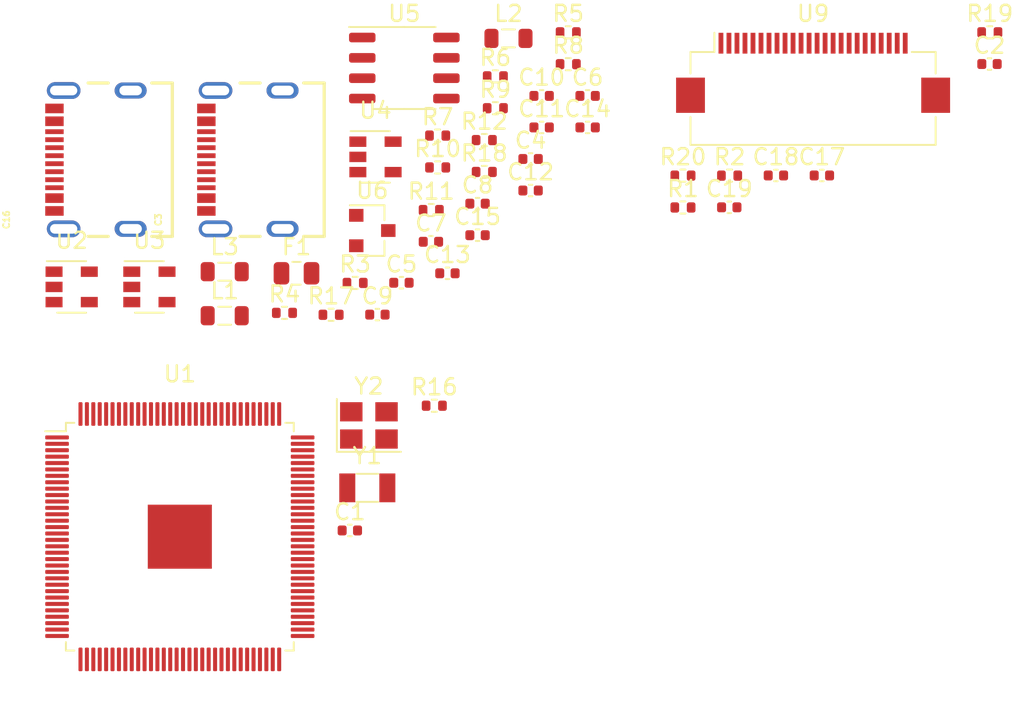
<source format=kicad_pcb>
(kicad_pcb (version 20171130) (host pcbnew "(5.1.7)-1")

  (general
    (thickness 1.6)
    (drawings 0)
    (tracks 0)
    (zones 0)
    (modules 49)
    (nets 122)
  )

  (page A4)
  (layers
    (0 F.Cu signal)
    (31 B.Cu signal)
    (32 B.Adhes user)
    (33 F.Adhes user)
    (34 B.Paste user)
    (35 F.Paste user)
    (36 B.SilkS user)
    (37 F.SilkS user)
    (38 B.Mask user)
    (39 F.Mask user)
    (40 Dwgs.User user)
    (41 Cmts.User user)
    (42 Eco1.User user)
    (43 Eco2.User user)
    (44 Edge.Cuts user)
    (45 Margin user)
    (46 B.CrtYd user)
    (47 F.CrtYd user)
    (48 B.Fab user)
    (49 F.Fab user)
  )

  (setup
    (last_trace_width 0.25)
    (trace_clearance 0.2)
    (zone_clearance 0.508)
    (zone_45_only no)
    (trace_min 0.2)
    (via_size 0.8)
    (via_drill 0.4)
    (via_min_size 0.4)
    (via_min_drill 0.3)
    (uvia_size 0.3)
    (uvia_drill 0.1)
    (uvias_allowed no)
    (uvia_min_size 0.2)
    (uvia_min_drill 0.1)
    (edge_width 0.05)
    (segment_width 0.2)
    (pcb_text_width 0.3)
    (pcb_text_size 1.5 1.5)
    (mod_edge_width 0.12)
    (mod_text_size 1 1)
    (mod_text_width 0.15)
    (pad_size 1.524 1.524)
    (pad_drill 0.762)
    (pad_to_mask_clearance 0)
    (aux_axis_origin 98.7298 79.2988)
    (visible_elements 7FFFFFFF)
    (pcbplotparams
      (layerselection 0x010fc_ffffffff)
      (usegerberextensions false)
      (usegerberattributes true)
      (usegerberadvancedattributes true)
      (creategerberjobfile true)
      (excludeedgelayer true)
      (linewidth 0.100000)
      (plotframeref false)
      (viasonmask false)
      (mode 1)
      (useauxorigin false)
      (hpglpennumber 1)
      (hpglpenspeed 20)
      (hpglpendiameter 15.000000)
      (psnegative false)
      (psa4output false)
      (plotreference true)
      (plotvalue true)
      (plotinvisibletext false)
      (padsonsilk false)
      (subtractmaskfromsilk false)
      (outputformat 1)
      (mirror false)
      (drillshape 1)
      (scaleselection 1)
      (outputdirectory ""))
  )

  (net 0 "")
  (net 1 GND)
  (net 2 +5V)
  (net 3 /power/VBUS)
  (net 4 +3V3)
  (net 5 +1V8)
  (net 6 +1V2)
  (net 7 "Net-(L1-Pad1)")
  (net 8 "Net-(L2-Pad1)")
  (net 9 "Net-(L3-Pad1)")
  (net 10 "Net-(R6-Pad1)")
  (net 11 "Net-(R10-Pad2)")
  (net 12 "Net-(R11-Pad2)")
  (net 13 "Net-(C1-Pad1)")
  (net 14 "Net-(C3-PadA8)")
  (net 15 "Net-(C3-PadB5)")
  (net 16 "Net-(C3-PadA5)")
  (net 17 "Net-(C3-PadB8)")
  (net 18 "Net-(C11-Pad2)")
  (net 19 "Net-(R5-Pad1)")
  (net 20 "Net-(R12-Pad2)")
  (net 21 "Net-(U1-Pad14)")
  (net 22 "Net-(U1-Pad4)")
  (net 23 "Net-(U1-Pad30)")
  (net 24 "Net-(U1-Pad31)")
  (net 25 "Net-(U1-Pad42)")
  (net 26 "Net-(U1-Pad1)")
  (net 27 "Net-(U1-Pad10)")
  (net 28 "Net-(U1-Pad40)")
  (net 29 "Net-(U1-Pad5)")
  (net 30 "Net-(U1-Pad15)")
  (net 31 "Net-(U1-Pad41)")
  (net 32 "Net-(U1-Pad44)")
  (net 33 "Net-(U1-Pad45)")
  (net 34 "Net-(U1-Pad39)")
  (net 35 "Net-(U1-Pad32)")
  (net 36 "Net-(U1-Pad2)")
  (net 37 "Net-(U1-Pad6)")
  (net 38 "Net-(U1-Pad11)")
  (net 39 "Net-(U1-Pad13)")
  (net 40 "Net-(U1-Pad33)")
  (net 41 "Net-(U1-Pad3)")
  (net 42 "Net-(U1-Pad7)")
  (net 43 "Net-(U1-Pad43)")
  (net 44 "Net-(U1-Pad102)")
  (net 45 "Net-(U1-Pad46)")
  (net 46 "Net-(U1-Pad94)")
  (net 47 "Net-(U1-Pad103)")
  (net 48 "Net-(U1-Pad87)")
  (net 49 "Net-(U1-Pad77)")
  (net 50 "Net-(U1-Pad82)")
  (net 51 "Net-(U1-Pad92)")
  (net 52 "Net-(U1-Pad93)")
  (net 53 "Net-(U1-Pad89)")
  (net 54 "Net-(U1-Pad95)")
  (net 55 "Net-(U1-Pad83)")
  (net 56 "Net-(U1-Pad96)")
  (net 57 "Net-(U1-Pad81)")
  (net 58 "Net-(U1-Pad75)")
  (net 59 "Net-(U1-Pad52)")
  (net 60 "Net-(U1-Pad78)")
  (net 61 "Net-(U1-Pad90)")
  (net 62 "Net-(U1-Pad53)")
  (net 63 "Net-(U1-Pad54)")
  (net 64 "Net-(U1-Pad91)")
  (net 65 "Net-(U1-Pad100)")
  (net 66 "Net-(U1-Pad86)")
  (net 67 "Net-(U1-Pad101)")
  (net 68 "Net-(U1-Pad74)")
  (net 69 "Net-(U1-Pad84)")
  (net 70 "Net-(U1-Pad105)")
  (net 71 "Net-(U1-Pad106)")
  (net 72 "Net-(U1-Pad107)")
  (net 73 "Net-(U1-Pad55)")
  (net 74 "Net-(U1-Pad119)")
  (net 75 "Net-(U1-Pad120)")
  (net 76 "Net-(U1-Pad125)")
  (net 77 "Net-(U1-Pad123)")
  (net 78 "Net-(U1-Pad124)")
  (net 79 "Net-(U1-Pad121)")
  (net 80 "Net-(U1-Pad112)")
  (net 81 "Net-(U1-Pad114)")
  (net 82 "Net-(U1-Pad113)")
  (net 83 "Net-(U1-Pad118)")
  (net 84 "Net-(U1-Pad128)")
  (net 85 "Net-(U1-Pad117)")
  (net 86 "Net-(U5-Pad4)")
  (net 87 /power/USB0_DN)
  (net 88 /power/USB0_DP)
  (net 89 +3V0)
  (net 90 /power/USB1_DN)
  (net 91 /power/USB1_DP)
  (net 92 "Net-(C16-PadA8)")
  (net 93 "Net-(C16-PadB5)")
  (net 94 "Net-(C16-PadA5)")
  (net 95 "Net-(C16-PadB8)")
  (net 96 "Net-(R3-Pad1)")
  (net 97 "Net-(R4-Pad1)")
  (net 98 /v3s_core/PB8_TWI1_SCK_UART0_TX_PB_EINT8)
  (net 99 /v3s_core/PB9_TWI1_SDA_UART0_RX_PB_EINT9)
  (net 100 "Net-(R16-Pad1)")
  (net 101 /v3s_core/DRAM_VREF)
  (net 102 /v3s_core/RESET)
  (net 103 "Net-(Y1-Pad2)")
  (net 104 "Net-(C19-Pad1)")
  (net 105 /camera/OV7725_RESET)
  (net 106 /camera/OV7725_PWDN)
  (net 107 /camera/OV7725_HREF)
  (net 108 /camera/OV7725_Y7)
  (net 109 /camera/OV7725_Y3)
  (net 110 /camera/OV7725_PCLK)
  (net 111 /camera/OV7725_Y9)
  (net 112 /camera/OV7725_SIO-C)
  (net 113 /camera/OV7725_Y8)
  (net 114 /camera/OV7725_Y2)
  (net 115 /camera/OV7725_Y5)
  (net 116 /camera/OV7725_MCLK)
  (net 117 /camera/OV7725_Y4)
  (net 118 /camera/OV7725_VSYNC)
  (net 119 /camera/OV7725_Y6)
  (net 120 /camera/OV7725_SIO-D)
  (net 121 "Net-(U9-Pad1)")

  (net_class Default "This is the default net class."
    (clearance 0.2)
    (trace_width 0.25)
    (via_dia 0.8)
    (via_drill 0.4)
    (uvia_dia 0.3)
    (uvia_drill 0.1)
    (add_net +1V2)
    (add_net +1V8)
    (add_net +3V0)
    (add_net +3V3)
    (add_net +5V)
    (add_net /camera/OV7725_HREF)
    (add_net /camera/OV7725_MCLK)
    (add_net /camera/OV7725_PCLK)
    (add_net /camera/OV7725_PWDN)
    (add_net /camera/OV7725_RESET)
    (add_net /camera/OV7725_SIO-C)
    (add_net /camera/OV7725_SIO-D)
    (add_net /camera/OV7725_VSYNC)
    (add_net /camera/OV7725_Y2)
    (add_net /camera/OV7725_Y3)
    (add_net /camera/OV7725_Y4)
    (add_net /camera/OV7725_Y5)
    (add_net /camera/OV7725_Y6)
    (add_net /camera/OV7725_Y7)
    (add_net /camera/OV7725_Y8)
    (add_net /camera/OV7725_Y9)
    (add_net /power/USB0_DN)
    (add_net /power/USB0_DP)
    (add_net /power/USB1_DN)
    (add_net /power/USB1_DP)
    (add_net /power/VBUS)
    (add_net /v3s_core/DRAM_VREF)
    (add_net /v3s_core/PB8_TWI1_SCK_UART0_TX_PB_EINT8)
    (add_net /v3s_core/PB9_TWI1_SDA_UART0_RX_PB_EINT9)
    (add_net /v3s_core/RESET)
    (add_net GND)
    (add_net "Net-(C1-Pad1)")
    (add_net "Net-(C11-Pad2)")
    (add_net "Net-(C16-PadA5)")
    (add_net "Net-(C16-PadA8)")
    (add_net "Net-(C16-PadB5)")
    (add_net "Net-(C16-PadB8)")
    (add_net "Net-(C19-Pad1)")
    (add_net "Net-(C3-PadA5)")
    (add_net "Net-(C3-PadA8)")
    (add_net "Net-(C3-PadB5)")
    (add_net "Net-(C3-PadB8)")
    (add_net "Net-(L1-Pad1)")
    (add_net "Net-(L2-Pad1)")
    (add_net "Net-(L3-Pad1)")
    (add_net "Net-(R10-Pad2)")
    (add_net "Net-(R11-Pad2)")
    (add_net "Net-(R12-Pad2)")
    (add_net "Net-(R16-Pad1)")
    (add_net "Net-(R3-Pad1)")
    (add_net "Net-(R4-Pad1)")
    (add_net "Net-(R5-Pad1)")
    (add_net "Net-(R6-Pad1)")
    (add_net "Net-(U1-Pad1)")
    (add_net "Net-(U1-Pad10)")
    (add_net "Net-(U1-Pad100)")
    (add_net "Net-(U1-Pad101)")
    (add_net "Net-(U1-Pad102)")
    (add_net "Net-(U1-Pad103)")
    (add_net "Net-(U1-Pad105)")
    (add_net "Net-(U1-Pad106)")
    (add_net "Net-(U1-Pad107)")
    (add_net "Net-(U1-Pad11)")
    (add_net "Net-(U1-Pad112)")
    (add_net "Net-(U1-Pad113)")
    (add_net "Net-(U1-Pad114)")
    (add_net "Net-(U1-Pad117)")
    (add_net "Net-(U1-Pad118)")
    (add_net "Net-(U1-Pad119)")
    (add_net "Net-(U1-Pad120)")
    (add_net "Net-(U1-Pad121)")
    (add_net "Net-(U1-Pad123)")
    (add_net "Net-(U1-Pad124)")
    (add_net "Net-(U1-Pad125)")
    (add_net "Net-(U1-Pad128)")
    (add_net "Net-(U1-Pad13)")
    (add_net "Net-(U1-Pad14)")
    (add_net "Net-(U1-Pad15)")
    (add_net "Net-(U1-Pad2)")
    (add_net "Net-(U1-Pad3)")
    (add_net "Net-(U1-Pad30)")
    (add_net "Net-(U1-Pad31)")
    (add_net "Net-(U1-Pad32)")
    (add_net "Net-(U1-Pad33)")
    (add_net "Net-(U1-Pad39)")
    (add_net "Net-(U1-Pad4)")
    (add_net "Net-(U1-Pad40)")
    (add_net "Net-(U1-Pad41)")
    (add_net "Net-(U1-Pad42)")
    (add_net "Net-(U1-Pad43)")
    (add_net "Net-(U1-Pad44)")
    (add_net "Net-(U1-Pad45)")
    (add_net "Net-(U1-Pad46)")
    (add_net "Net-(U1-Pad5)")
    (add_net "Net-(U1-Pad52)")
    (add_net "Net-(U1-Pad53)")
    (add_net "Net-(U1-Pad54)")
    (add_net "Net-(U1-Pad55)")
    (add_net "Net-(U1-Pad6)")
    (add_net "Net-(U1-Pad7)")
    (add_net "Net-(U1-Pad74)")
    (add_net "Net-(U1-Pad75)")
    (add_net "Net-(U1-Pad77)")
    (add_net "Net-(U1-Pad78)")
    (add_net "Net-(U1-Pad81)")
    (add_net "Net-(U1-Pad82)")
    (add_net "Net-(U1-Pad83)")
    (add_net "Net-(U1-Pad84)")
    (add_net "Net-(U1-Pad86)")
    (add_net "Net-(U1-Pad87)")
    (add_net "Net-(U1-Pad89)")
    (add_net "Net-(U1-Pad90)")
    (add_net "Net-(U1-Pad91)")
    (add_net "Net-(U1-Pad92)")
    (add_net "Net-(U1-Pad93)")
    (add_net "Net-(U1-Pad94)")
    (add_net "Net-(U1-Pad95)")
    (add_net "Net-(U1-Pad96)")
    (add_net "Net-(U5-Pad4)")
    (add_net "Net-(U9-Pad1)")
    (add_net "Net-(Y1-Pad2)")
  )

  (module Crystal:Crystal_SMD_3225-4Pin_3.2x2.5mm (layer F.Cu) (tedit 5A0FD1B2) (tstamp 624C8DFC)
    (at 133.4478 90.0616)
    (descr "SMD Crystal SERIES SMD3225/4 http://www.txccrystal.com/images/pdf/7m-accuracy.pdf, 3.2x2.5mm^2 package")
    (tags "SMD SMT crystal")
    (path /624D7DC7/624FA21D)
    (attr smd)
    (fp_text reference Y2 (at 0 -2.45) (layer F.SilkS)
      (effects (font (size 1 1) (thickness 0.15)))
    )
    (fp_text value 24M (at 0 2.45) (layer F.Fab)
      (effects (font (size 1 1) (thickness 0.15)))
    )
    (fp_text user %R (at 0 0) (layer F.Fab)
      (effects (font (size 0.7 0.7) (thickness 0.105)))
    )
    (fp_line (start -1.6 -1.25) (end -1.6 1.25) (layer F.Fab) (width 0.1))
    (fp_line (start -1.6 1.25) (end 1.6 1.25) (layer F.Fab) (width 0.1))
    (fp_line (start 1.6 1.25) (end 1.6 -1.25) (layer F.Fab) (width 0.1))
    (fp_line (start 1.6 -1.25) (end -1.6 -1.25) (layer F.Fab) (width 0.1))
    (fp_line (start -1.6 0.25) (end -0.6 1.25) (layer F.Fab) (width 0.1))
    (fp_line (start -2 -1.65) (end -2 1.65) (layer F.SilkS) (width 0.12))
    (fp_line (start -2 1.65) (end 2 1.65) (layer F.SilkS) (width 0.12))
    (fp_line (start -2.1 -1.7) (end -2.1 1.7) (layer F.CrtYd) (width 0.05))
    (fp_line (start -2.1 1.7) (end 2.1 1.7) (layer F.CrtYd) (width 0.05))
    (fp_line (start 2.1 1.7) (end 2.1 -1.7) (layer F.CrtYd) (width 0.05))
    (fp_line (start 2.1 -1.7) (end -2.1 -1.7) (layer F.CrtYd) (width 0.05))
    (pad 4 smd rect (at -1.1 -0.85) (size 1.4 1.2) (layers F.Cu F.Paste F.Mask)
      (net 1 GND))
    (pad 3 smd rect (at 1.1 -0.85) (size 1.4 1.2) (layers F.Cu F.Paste F.Mask)
      (net 58 "Net-(U1-Pad75)"))
    (pad 2 smd rect (at 1.1 0.85) (size 1.4 1.2) (layers F.Cu F.Paste F.Mask)
      (net 1 GND))
    (pad 1 smd rect (at -1.1 0.85) (size 1.4 1.2) (layers F.Cu F.Paste F.Mask)
      (net 68 "Net-(U1-Pad74)"))
    (model ${KISYS3DMOD}/Crystal.3dshapes/Crystal_SMD_3225-4Pin_3.2x2.5mm.wrl
      (at (xyz 0 0 0))
      (scale (xyz 1 1 1))
      (rotate (xyz 0 0 0))
    )
  )

  (module Crystal:Crystal_SMD_3215-2Pin_3.2x1.5mm (layer F.Cu) (tedit 5A0FD1B2) (tstamp 624C8DE8)
    (at 133.3478 93.9616)
    (descr "SMD Crystal FC-135 https://support.epson.biz/td/api/doc_check.php?dl=brief_FC-135R_en.pdf")
    (tags "SMD SMT Crystal")
    (path /624D7DC7/624FA20B)
    (attr smd)
    (fp_text reference Y1 (at 0 -2) (layer F.SilkS)
      (effects (font (size 1 1) (thickness 0.15)))
    )
    (fp_text value 32.768K (at 0 2) (layer F.Fab)
      (effects (font (size 1 1) (thickness 0.15)))
    )
    (fp_text user %R (at 0 -2) (layer F.Fab)
      (effects (font (size 1 1) (thickness 0.15)))
    )
    (fp_line (start -2 -1.15) (end 2 -1.15) (layer F.CrtYd) (width 0.05))
    (fp_line (start -1.6 -0.75) (end -1.6 0.75) (layer F.Fab) (width 0.1))
    (fp_line (start -0.675 0.875) (end 0.675 0.875) (layer F.SilkS) (width 0.12))
    (fp_line (start -0.675 -0.875) (end 0.675 -0.875) (layer F.SilkS) (width 0.12))
    (fp_line (start 1.6 -0.75) (end 1.6 0.75) (layer F.Fab) (width 0.1))
    (fp_line (start -1.6 -0.75) (end 1.6 -0.75) (layer F.Fab) (width 0.1))
    (fp_line (start -1.6 0.75) (end 1.6 0.75) (layer F.Fab) (width 0.1))
    (fp_line (start -2 1.15) (end 2 1.15) (layer F.CrtYd) (width 0.05))
    (fp_line (start -2 -1.15) (end -2 1.15) (layer F.CrtYd) (width 0.05))
    (fp_line (start 2 -1.15) (end 2 1.15) (layer F.CrtYd) (width 0.05))
    (pad 2 smd rect (at -1.25 0) (size 1 1.8) (layers F.Cu F.Paste F.Mask)
      (net 103 "Net-(Y1-Pad2)"))
    (pad 1 smd rect (at 1.25 0) (size 1 1.8) (layers F.Cu F.Paste F.Mask)
      (net 56 "Net-(U1-Pad96)"))
    (model ${KISYS3DMOD}/Crystal.3dshapes/Crystal_SMD_3215-2Pin_3.2x1.5mm.wrl
      (at (xyz 0 0 0))
      (scale (xyz 1 1 1))
      (rotate (xyz 0 0 0))
    )
  )

  (module mypack:Hirose_FH12-24S-0.5SH_1x24-1MP_P0.50mm_Horizontal (layer F.Cu) (tedit 5D24667B) (tstamp 624C8DD7)
    (at 161.1678 68.0416)
    (descr "Hirose FH12, FFC/FPC connector, FH12-24S-0.5SH, 24 Pins per row (https://www.hirose.com/product/en/products/FH12/FH12-24S-0.5SH(55)/), generated with kicad-footprint-generator")
    (tags "connector Hirose FH12 horizontal")
    (path /624985F7/6249884B)
    (attr smd)
    (fp_text reference U9 (at 0 -3.7) (layer F.SilkS)
      (effects (font (size 1 1) (thickness 0.15)))
    )
    (fp_text value OV7724_FPC_24PIN (at 0 5.6) (layer F.Fab)
      (effects (font (size 1 1) (thickness 0.15)))
    )
    (fp_text user %R (at 0 3.7) (layer F.Fab)
      (effects (font (size 1 1) (thickness 0.15)))
    )
    (fp_line (start 0 -1.2) (end -7.55 -1.2) (layer F.Fab) (width 0.1))
    (fp_line (start -7.55 -1.2) (end -7.55 3.4) (layer F.Fab) (width 0.1))
    (fp_line (start -7.55 3.4) (end -6.95 3.4) (layer F.Fab) (width 0.1))
    (fp_line (start -6.95 3.4) (end -6.95 3.7) (layer F.Fab) (width 0.1))
    (fp_line (start -6.95 3.7) (end -7.45 3.7) (layer F.Fab) (width 0.1))
    (fp_line (start -7.45 3.7) (end -7.45 4.4) (layer F.Fab) (width 0.1))
    (fp_line (start -7.45 4.4) (end 0 4.4) (layer F.Fab) (width 0.1))
    (fp_line (start 0 -1.2) (end 7.55 -1.2) (layer F.Fab) (width 0.1))
    (fp_line (start 7.55 -1.2) (end 7.55 3.4) (layer F.Fab) (width 0.1))
    (fp_line (start 7.55 3.4) (end 6.95 3.4) (layer F.Fab) (width 0.1))
    (fp_line (start 6.95 3.4) (end 6.95 3.7) (layer F.Fab) (width 0.1))
    (fp_line (start 6.95 3.7) (end 7.45 3.7) (layer F.Fab) (width 0.1))
    (fp_line (start 7.45 3.7) (end 7.45 4.4) (layer F.Fab) (width 0.1))
    (fp_line (start 7.45 4.4) (end 0 4.4) (layer F.Fab) (width 0.1))
    (fp_line (start -6.16 -1.3) (end -7.65 -1.3) (layer F.SilkS) (width 0.12))
    (fp_line (start -7.65 -1.3) (end -7.65 0.04) (layer F.SilkS) (width 0.12))
    (fp_line (start 6.16 -1.3) (end 7.65 -1.3) (layer F.SilkS) (width 0.12))
    (fp_line (start 7.65 -1.3) (end 7.65 0.04) (layer F.SilkS) (width 0.12))
    (fp_line (start -7.65 2.76) (end -7.65 4.5) (layer F.SilkS) (width 0.12))
    (fp_line (start -7.65 4.5) (end 7.65 4.5) (layer F.SilkS) (width 0.12))
    (fp_line (start 7.65 4.5) (end 7.65 2.76) (layer F.SilkS) (width 0.12))
    (fp_line (start -6.16 -1.3) (end -6.16 -2.5) (layer F.SilkS) (width 0.12))
    (fp_line (start -6.25 -1.2) (end -5.75 -0.492893) (layer F.Fab) (width 0.1))
    (fp_line (start -5.75 -0.492893) (end -5.25 -1.2) (layer F.Fab) (width 0.1))
    (fp_line (start -9.05 -3) (end -9.05 4.9) (layer F.CrtYd) (width 0.05))
    (fp_line (start -9.05 4.9) (end 9.05 4.9) (layer F.CrtYd) (width 0.05))
    (fp_line (start 9.05 4.9) (end 9.05 -3) (layer F.CrtYd) (width 0.05))
    (fp_line (start 9.05 -3) (end -9.05 -3) (layer F.CrtYd) (width 0.05))
    (pad MP smd rect (at 7.65 1.4) (size 1.8 2.2) (layers F.Cu F.Paste F.Mask))
    (pad MP smd rect (at -7.65 1.4) (size 1.8 2.2) (layers F.Cu F.Paste F.Mask))
    (pad 1 smd rect (at -5.75 -1.85) (size 0.3 1.3) (layers F.Cu F.Paste F.Mask)
      (net 121 "Net-(U9-Pad1)"))
    (pad 2 smd rect (at -5.25 -1.85) (size 0.3 1.3) (layers F.Cu F.Paste F.Mask)
      (net 1 GND))
    (pad 3 smd rect (at -4.75 -1.85) (size 0.3 1.3) (layers F.Cu F.Paste F.Mask)
      (net 120 /camera/OV7725_SIO-D))
    (pad 4 smd rect (at -4.25 -1.85) (size 0.3 1.3) (layers F.Cu F.Paste F.Mask)
      (net 4 +3V3))
    (pad 5 smd rect (at -3.75 -1.85) (size 0.3 1.3) (layers F.Cu F.Paste F.Mask)
      (net 112 /camera/OV7725_SIO-C))
    (pad 6 smd rect (at -3.25 -1.85) (size 0.3 1.3) (layers F.Cu F.Paste F.Mask)
      (net 105 /camera/OV7725_RESET))
    (pad 7 smd rect (at -2.75 -1.85) (size 0.3 1.3) (layers F.Cu F.Paste F.Mask)
      (net 118 /camera/OV7725_VSYNC))
    (pad 8 smd rect (at -2.25 -1.85) (size 0.3 1.3) (layers F.Cu F.Paste F.Mask)
      (net 106 /camera/OV7725_PWDN))
    (pad 9 smd rect (at -1.75 -1.85) (size 0.3 1.3) (layers F.Cu F.Paste F.Mask)
      (net 107 /camera/OV7725_HREF))
    (pad 10 smd rect (at -1.25 -1.85) (size 0.3 1.3) (layers F.Cu F.Paste F.Mask)
      (net 5 +1V8))
    (pad 11 smd rect (at -0.75 -1.85) (size 0.3 1.3) (layers F.Cu F.Paste F.Mask)
      (net 104 "Net-(C19-Pad1)"))
    (pad 12 smd rect (at -0.25 -1.85) (size 0.3 1.3) (layers F.Cu F.Paste F.Mask)
      (net 111 /camera/OV7725_Y9))
    (pad 13 smd rect (at 0.25 -1.85) (size 0.3 1.3) (layers F.Cu F.Paste F.Mask)
      (net 116 /camera/OV7725_MCLK))
    (pad 14 smd rect (at 0.75 -1.85) (size 0.3 1.3) (layers F.Cu F.Paste F.Mask)
      (net 113 /camera/OV7725_Y8))
    (pad 15 smd rect (at 1.25 -1.85) (size 0.3 1.3) (layers F.Cu F.Paste F.Mask)
      (net 1 GND))
    (pad 16 smd rect (at 1.75 -1.85) (size 0.3 1.3) (layers F.Cu F.Paste F.Mask)
      (net 108 /camera/OV7725_Y7))
    (pad 17 smd rect (at 2.25 -1.85) (size 0.3 1.3) (layers F.Cu F.Paste F.Mask)
      (net 110 /camera/OV7725_PCLK))
    (pad 18 smd rect (at 2.75 -1.85) (size 0.3 1.3) (layers F.Cu F.Paste F.Mask)
      (net 119 /camera/OV7725_Y6))
    (pad 19 smd rect (at 3.25 -1.85) (size 0.3 1.3) (layers F.Cu F.Paste F.Mask)
      (net 114 /camera/OV7725_Y2))
    (pad 20 smd rect (at 3.75 -1.85) (size 0.3 1.3) (layers F.Cu F.Paste F.Mask)
      (net 115 /camera/OV7725_Y5))
    (pad 21 smd rect (at 4.25 -1.85) (size 0.3 1.3) (layers F.Cu F.Paste F.Mask)
      (net 109 /camera/OV7725_Y3))
    (pad 22 smd rect (at 4.75 -1.85) (size 0.3 1.3) (layers F.Cu F.Paste F.Mask)
      (net 117 /camera/OV7725_Y4))
    (pad 23 smd rect (at 5.25 -1.85) (size 0.3 1.3) (layers F.Cu F.Paste F.Mask)
      (net 1 GND))
    (pad 24 smd rect (at 5.75 -1.85) (size 0.3 1.3) (layers F.Cu F.Paste F.Mask)
      (net 4 +3V3))
    (model ${KISYS3DMOD}/Connector_FFC-FPC.3dshapes/Hirose_FH12-24S-0.5SH_1x24-1MP_P0.50mm_Horizontal.wrl
      (at (xyz 0 0 0))
      (scale (xyz 1 1 1))
      (rotate (xyz 0 0 0))
    )
  )

  (module Package_TO_SOT_SMD:SOT-23 (layer F.Cu) (tedit 5A02FF57) (tstamp 624C8D9C)
    (at 133.6578 77.8916)
    (descr "SOT-23, Standard")
    (tags SOT-23)
    (path /62505281/62478F0D)
    (attr smd)
    (fp_text reference U6 (at 0 -2.5) (layer F.SilkS)
      (effects (font (size 1 1) (thickness 0.15)))
    )
    (fp_text value XC6206PxxxMR (at 0 2.5) (layer F.Fab)
      (effects (font (size 1 1) (thickness 0.15)))
    )
    (fp_text user %R (at 0 0 90) (layer F.Fab)
      (effects (font (size 0.5 0.5) (thickness 0.075)))
    )
    (fp_line (start -0.7 -0.95) (end -0.7 1.5) (layer F.Fab) (width 0.1))
    (fp_line (start -0.15 -1.52) (end 0.7 -1.52) (layer F.Fab) (width 0.1))
    (fp_line (start -0.7 -0.95) (end -0.15 -1.52) (layer F.Fab) (width 0.1))
    (fp_line (start 0.7 -1.52) (end 0.7 1.52) (layer F.Fab) (width 0.1))
    (fp_line (start -0.7 1.52) (end 0.7 1.52) (layer F.Fab) (width 0.1))
    (fp_line (start 0.76 1.58) (end 0.76 0.65) (layer F.SilkS) (width 0.12))
    (fp_line (start 0.76 -1.58) (end 0.76 -0.65) (layer F.SilkS) (width 0.12))
    (fp_line (start -1.7 -1.75) (end 1.7 -1.75) (layer F.CrtYd) (width 0.05))
    (fp_line (start 1.7 -1.75) (end 1.7 1.75) (layer F.CrtYd) (width 0.05))
    (fp_line (start 1.7 1.75) (end -1.7 1.75) (layer F.CrtYd) (width 0.05))
    (fp_line (start -1.7 1.75) (end -1.7 -1.75) (layer F.CrtYd) (width 0.05))
    (fp_line (start 0.76 -1.58) (end -1.4 -1.58) (layer F.SilkS) (width 0.12))
    (fp_line (start 0.76 1.58) (end -0.7 1.58) (layer F.SilkS) (width 0.12))
    (pad 3 smd rect (at 1 0) (size 0.9 0.8) (layers F.Cu F.Paste F.Mask)
      (net 2 +5V))
    (pad 2 smd rect (at -1 0.95) (size 0.9 0.8) (layers F.Cu F.Paste F.Mask)
      (net 89 +3V0))
    (pad 1 smd rect (at -1 -0.95) (size 0.9 0.8) (layers F.Cu F.Paste F.Mask)
      (net 1 GND))
    (model ${KISYS3DMOD}/Package_TO_SOT_SMD.3dshapes/SOT-23.wrl
      (at (xyz 0 0 0))
      (scale (xyz 1 1 1))
      (rotate (xyz 0 0 0))
    )
  )

  (module Package_SO:SOP-8_3.9x4.9mm_P1.27mm (layer F.Cu) (tedit 5D9F72B1) (tstamp 624C8D87)
    (at 135.6578 67.7416)
    (descr "SOP, 8 Pin (http://www.macronix.com/Lists/Datasheet/Attachments/7534/MX25R3235F,%20Wide%20Range,%2032Mb,%20v1.6.pdf#page=79), generated with kicad-footprint-generator ipc_gullwing_generator.py")
    (tags "SOP SO")
    (path /62505281/6253D45B)
    (attr smd)
    (fp_text reference U5 (at 0 -3.4) (layer F.SilkS)
      (effects (font (size 1 1) (thickness 0.15)))
    )
    (fp_text value CH340N (at 0 3.4) (layer F.Fab)
      (effects (font (size 1 1) (thickness 0.15)))
    )
    (fp_text user %R (at 0 0) (layer F.Fab)
      (effects (font (size 0.98 0.98) (thickness 0.15)))
    )
    (fp_line (start 0 2.56) (end 1.95 2.56) (layer F.SilkS) (width 0.12))
    (fp_line (start 0 2.56) (end -1.95 2.56) (layer F.SilkS) (width 0.12))
    (fp_line (start 0 -2.56) (end 1.95 -2.56) (layer F.SilkS) (width 0.12))
    (fp_line (start 0 -2.56) (end -3.45 -2.56) (layer F.SilkS) (width 0.12))
    (fp_line (start -0.975 -2.45) (end 1.95 -2.45) (layer F.Fab) (width 0.1))
    (fp_line (start 1.95 -2.45) (end 1.95 2.45) (layer F.Fab) (width 0.1))
    (fp_line (start 1.95 2.45) (end -1.95 2.45) (layer F.Fab) (width 0.1))
    (fp_line (start -1.95 2.45) (end -1.95 -1.475) (layer F.Fab) (width 0.1))
    (fp_line (start -1.95 -1.475) (end -0.975 -2.45) (layer F.Fab) (width 0.1))
    (fp_line (start -3.7 -2.7) (end -3.7 2.7) (layer F.CrtYd) (width 0.05))
    (fp_line (start -3.7 2.7) (end 3.7 2.7) (layer F.CrtYd) (width 0.05))
    (fp_line (start 3.7 2.7) (end 3.7 -2.7) (layer F.CrtYd) (width 0.05))
    (fp_line (start 3.7 -2.7) (end -3.7 -2.7) (layer F.CrtYd) (width 0.05))
    (pad 8 smd roundrect (at 2.625 -1.905) (size 1.65 0.6) (layers F.Cu F.Paste F.Mask) (roundrect_rratio 0.25)
      (net 18 "Net-(C11-Pad2)"))
    (pad 7 smd roundrect (at 2.625 -0.635) (size 1.65 0.6) (layers F.Cu F.Paste F.Mask) (roundrect_rratio 0.25)
      (net 12 "Net-(R11-Pad2)"))
    (pad 6 smd roundrect (at 2.625 0.635) (size 1.65 0.6) (layers F.Cu F.Paste F.Mask) (roundrect_rratio 0.25)
      (net 20 "Net-(R12-Pad2)"))
    (pad 5 smd roundrect (at 2.625 1.905) (size 1.65 0.6) (layers F.Cu F.Paste F.Mask) (roundrect_rratio 0.25)
      (net 2 +5V))
    (pad 4 smd roundrect (at -2.625 1.905) (size 1.65 0.6) (layers F.Cu F.Paste F.Mask) (roundrect_rratio 0.25)
      (net 86 "Net-(U5-Pad4)"))
    (pad 3 smd roundrect (at -2.625 0.635) (size 1.65 0.6) (layers F.Cu F.Paste F.Mask) (roundrect_rratio 0.25)
      (net 1 GND))
    (pad 2 smd roundrect (at -2.625 -0.635) (size 1.65 0.6) (layers F.Cu F.Paste F.Mask) (roundrect_rratio 0.25)
      (net 97 "Net-(R4-Pad1)"))
    (pad 1 smd roundrect (at -2.625 -1.905) (size 1.65 0.6) (layers F.Cu F.Paste F.Mask) (roundrect_rratio 0.25)
      (net 96 "Net-(R3-Pad1)"))
    (model ${KISYS3DMOD}/Package_SO.3dshapes/SOP-8_3.9x4.9mm_P1.27mm.wrl
      (at (xyz 0 0 0))
      (scale (xyz 1 1 1))
      (rotate (xyz 0 0 0))
    )
  )

  (module Package_TO_SOT_SMD:SOT-23-5 (layer F.Cu) (tedit 5A02FF57) (tstamp 624C8D6D)
    (at 133.8578 73.2916)
    (descr "5-pin SOT23 package")
    (tags SOT-23-5)
    (path /62505281/6252B755)
    (attr smd)
    (fp_text reference U4 (at 0 -2.9) (layer F.SilkS)
      (effects (font (size 1 1) (thickness 0.15)))
    )
    (fp_text value SY8088AAC (at 0 2.9) (layer F.Fab)
      (effects (font (size 1 1) (thickness 0.15)))
    )
    (fp_text user %R (at 0 0 90) (layer F.Fab)
      (effects (font (size 0.5 0.5) (thickness 0.075)))
    )
    (fp_line (start -0.9 1.61) (end 0.9 1.61) (layer F.SilkS) (width 0.12))
    (fp_line (start 0.9 -1.61) (end -1.55 -1.61) (layer F.SilkS) (width 0.12))
    (fp_line (start -1.9 -1.8) (end 1.9 -1.8) (layer F.CrtYd) (width 0.05))
    (fp_line (start 1.9 -1.8) (end 1.9 1.8) (layer F.CrtYd) (width 0.05))
    (fp_line (start 1.9 1.8) (end -1.9 1.8) (layer F.CrtYd) (width 0.05))
    (fp_line (start -1.9 1.8) (end -1.9 -1.8) (layer F.CrtYd) (width 0.05))
    (fp_line (start -0.9 -0.9) (end -0.25 -1.55) (layer F.Fab) (width 0.1))
    (fp_line (start 0.9 -1.55) (end -0.25 -1.55) (layer F.Fab) (width 0.1))
    (fp_line (start -0.9 -0.9) (end -0.9 1.55) (layer F.Fab) (width 0.1))
    (fp_line (start 0.9 1.55) (end -0.9 1.55) (layer F.Fab) (width 0.1))
    (fp_line (start 0.9 -1.55) (end 0.9 1.55) (layer F.Fab) (width 0.1))
    (pad 5 smd rect (at 1.1 -0.95) (size 1.06 0.65) (layers F.Cu F.Paste F.Mask)
      (net 11 "Net-(R10-Pad2)"))
    (pad 4 smd rect (at 1.1 0.95) (size 1.06 0.65) (layers F.Cu F.Paste F.Mask)
      (net 2 +5V))
    (pad 3 smd rect (at -1.1 0.95) (size 1.06 0.65) (layers F.Cu F.Paste F.Mask)
      (net 9 "Net-(L3-Pad1)"))
    (pad 2 smd rect (at -1.1 0) (size 1.06 0.65) (layers F.Cu F.Paste F.Mask)
      (net 1 GND))
    (pad 1 smd rect (at -1.1 -0.95) (size 1.06 0.65) (layers F.Cu F.Paste F.Mask)
      (net 2 +5V))
    (model ${KISYS3DMOD}/Package_TO_SOT_SMD.3dshapes/SOT-23-5.wrl
      (at (xyz 0 0 0))
      (scale (xyz 1 1 1))
      (rotate (xyz 0 0 0))
    )
  )

  (module Package_TO_SOT_SMD:SOT-23-5 (layer F.Cu) (tedit 5A02FF57) (tstamp 624C8D58)
    (at 119.7478 81.4116)
    (descr "5-pin SOT23 package")
    (tags SOT-23-5)
    (path /62505281/6252B705)
    (attr smd)
    (fp_text reference U3 (at 0 -2.9) (layer F.SilkS)
      (effects (font (size 1 1) (thickness 0.15)))
    )
    (fp_text value SY8088AAC (at 0 2.9) (layer F.Fab)
      (effects (font (size 1 1) (thickness 0.15)))
    )
    (fp_text user %R (at 0 0 90) (layer F.Fab)
      (effects (font (size 0.5 0.5) (thickness 0.075)))
    )
    (fp_line (start -0.9 1.61) (end 0.9 1.61) (layer F.SilkS) (width 0.12))
    (fp_line (start 0.9 -1.61) (end -1.55 -1.61) (layer F.SilkS) (width 0.12))
    (fp_line (start -1.9 -1.8) (end 1.9 -1.8) (layer F.CrtYd) (width 0.05))
    (fp_line (start 1.9 -1.8) (end 1.9 1.8) (layer F.CrtYd) (width 0.05))
    (fp_line (start 1.9 1.8) (end -1.9 1.8) (layer F.CrtYd) (width 0.05))
    (fp_line (start -1.9 1.8) (end -1.9 -1.8) (layer F.CrtYd) (width 0.05))
    (fp_line (start -0.9 -0.9) (end -0.25 -1.55) (layer F.Fab) (width 0.1))
    (fp_line (start 0.9 -1.55) (end -0.25 -1.55) (layer F.Fab) (width 0.1))
    (fp_line (start -0.9 -0.9) (end -0.9 1.55) (layer F.Fab) (width 0.1))
    (fp_line (start 0.9 1.55) (end -0.9 1.55) (layer F.Fab) (width 0.1))
    (fp_line (start 0.9 -1.55) (end 0.9 1.55) (layer F.Fab) (width 0.1))
    (pad 5 smd rect (at 1.1 -0.95) (size 1.06 0.65) (layers F.Cu F.Paste F.Mask)
      (net 10 "Net-(R6-Pad1)"))
    (pad 4 smd rect (at 1.1 0.95) (size 1.06 0.65) (layers F.Cu F.Paste F.Mask)
      (net 2 +5V))
    (pad 3 smd rect (at -1.1 0.95) (size 1.06 0.65) (layers F.Cu F.Paste F.Mask)
      (net 8 "Net-(L2-Pad1)"))
    (pad 2 smd rect (at -1.1 0) (size 1.06 0.65) (layers F.Cu F.Paste F.Mask)
      (net 1 GND))
    (pad 1 smd rect (at -1.1 -0.95) (size 1.06 0.65) (layers F.Cu F.Paste F.Mask)
      (net 2 +5V))
    (model ${KISYS3DMOD}/Package_TO_SOT_SMD.3dshapes/SOT-23-5.wrl
      (at (xyz 0 0 0))
      (scale (xyz 1 1 1))
      (rotate (xyz 0 0 0))
    )
  )

  (module Package_TO_SOT_SMD:SOT-23-5 (layer F.Cu) (tedit 5A02FF57) (tstamp 624C8D43)
    (at 114.8978 81.4116)
    (descr "5-pin SOT23 package")
    (tags SOT-23-5)
    (path /62505281/6252B674)
    (attr smd)
    (fp_text reference U2 (at 0 -2.9) (layer F.SilkS)
      (effects (font (size 1 1) (thickness 0.15)))
    )
    (fp_text value SY8088AAC (at 0 2.9) (layer F.Fab)
      (effects (font (size 1 1) (thickness 0.15)))
    )
    (fp_text user %R (at 0 0 90) (layer F.Fab)
      (effects (font (size 0.5 0.5) (thickness 0.075)))
    )
    (fp_line (start -0.9 1.61) (end 0.9 1.61) (layer F.SilkS) (width 0.12))
    (fp_line (start 0.9 -1.61) (end -1.55 -1.61) (layer F.SilkS) (width 0.12))
    (fp_line (start -1.9 -1.8) (end 1.9 -1.8) (layer F.CrtYd) (width 0.05))
    (fp_line (start 1.9 -1.8) (end 1.9 1.8) (layer F.CrtYd) (width 0.05))
    (fp_line (start 1.9 1.8) (end -1.9 1.8) (layer F.CrtYd) (width 0.05))
    (fp_line (start -1.9 1.8) (end -1.9 -1.8) (layer F.CrtYd) (width 0.05))
    (fp_line (start -0.9 -0.9) (end -0.25 -1.55) (layer F.Fab) (width 0.1))
    (fp_line (start 0.9 -1.55) (end -0.25 -1.55) (layer F.Fab) (width 0.1))
    (fp_line (start -0.9 -0.9) (end -0.9 1.55) (layer F.Fab) (width 0.1))
    (fp_line (start 0.9 1.55) (end -0.9 1.55) (layer F.Fab) (width 0.1))
    (fp_line (start 0.9 -1.55) (end 0.9 1.55) (layer F.Fab) (width 0.1))
    (pad 5 smd rect (at 1.1 -0.95) (size 1.06 0.65) (layers F.Cu F.Paste F.Mask)
      (net 19 "Net-(R5-Pad1)"))
    (pad 4 smd rect (at 1.1 0.95) (size 1.06 0.65) (layers F.Cu F.Paste F.Mask)
      (net 2 +5V))
    (pad 3 smd rect (at -1.1 0.95) (size 1.06 0.65) (layers F.Cu F.Paste F.Mask)
      (net 7 "Net-(L1-Pad1)"))
    (pad 2 smd rect (at -1.1 0) (size 1.06 0.65) (layers F.Cu F.Paste F.Mask)
      (net 1 GND))
    (pad 1 smd rect (at -1.1 -0.95) (size 1.06 0.65) (layers F.Cu F.Paste F.Mask)
      (net 2 +5V))
    (model ${KISYS3DMOD}/Package_TO_SOT_SMD.3dshapes/SOT-23-5.wrl
      (at (xyz 0 0 0))
      (scale (xyz 1 1 1))
      (rotate (xyz 0 0 0))
    )
  )

  (module mypack:ELQFP-129_14x14mm_P0.4mm (layer F.Cu) (tedit 62445B42) (tstamp 624C8D2E)
    (at 121.6478 97.0116)
    (path /624D7DC7/624FA1A7)
    (fp_text reference U1 (at 0 -10.16) (layer F.SilkS)
      (effects (font (size 1 1) (thickness 0.15)))
    )
    (fp_text value Allwinner_V3S (at 0 10.16) (layer F.Fab)
      (effects (font (size 1 1) (thickness 0.15)))
    )
    (fp_line (start 7.25 7.25) (end 7.25 6.58) (layer F.CrtYd) (width 0.05))
    (fp_line (start -6.58 8.65) (end -6.58 7.25) (layer F.CrtYd) (width 0.05))
    (fp_line (start -6.58 7.25) (end -7.25 7.25) (layer F.CrtYd) (width 0.05))
    (fp_line (start -7.25 6.58) (end -8.65 6.58) (layer F.CrtYd) (width 0.05))
    (fp_line (start 6.58 8.65) (end 6.58 7.25) (layer F.CrtYd) (width 0.05))
    (fp_line (start 8.65 6.58) (end 8.65 0) (layer F.CrtYd) (width 0.05))
    (fp_line (start 0 -8.65) (end -6.58 -8.65) (layer F.CrtYd) (width 0.05))
    (fp_line (start -6.58 -8.65) (end -6.58 -7.25) (layer F.CrtYd) (width 0.05))
    (fp_line (start -6.58 -7.25) (end -7.25 -7.25) (layer F.CrtYd) (width 0.05))
    (fp_line (start 7.25 -7.25) (end 7.25 -6.58) (layer F.CrtYd) (width 0.05))
    (fp_line (start -7.25 -7.25) (end -7.25 -6.58) (layer F.CrtYd) (width 0.05))
    (fp_line (start -7.25 7.25) (end -7.25 6.58) (layer F.CrtYd) (width 0.05))
    (fp_line (start -7.25 -6.58) (end -8.65 -6.58) (layer F.CrtYd) (width 0.05))
    (fp_line (start -8.65 6.58) (end -8.65 0) (layer F.CrtYd) (width 0.05))
    (fp_line (start 6.58 7.25) (end 7.25 7.25) (layer F.CrtYd) (width 0.05))
    (fp_line (start -8.65 -6.58) (end -8.65 0) (layer F.CrtYd) (width 0.05))
    (fp_line (start 6.58 -8.65) (end 6.58 -7.25) (layer F.CrtYd) (width 0.05))
    (fp_line (start 6.58 -7.25) (end 7.25 -7.25) (layer F.CrtYd) (width 0.05))
    (fp_line (start 0 8.65) (end -6.58 8.65) (layer F.CrtYd) (width 0.05))
    (fp_line (start 0 8.65) (end 6.58 8.65) (layer F.CrtYd) (width 0.05))
    (fp_line (start 7.25 6.58) (end 8.65 6.58) (layer F.CrtYd) (width 0.05))
    (fp_line (start 0 -8.65) (end 6.58 -8.65) (layer F.CrtYd) (width 0.05))
    (fp_line (start 7.25 -6.58) (end 8.65 -6.58) (layer F.CrtYd) (width 0.05))
    (fp_line (start 8.65 -6.58) (end 8.65 0) (layer F.CrtYd) (width 0.05))
    (fp_line (start 6.585 7.11) (end 7.11 7.11) (layer F.SilkS) (width 0.12))
    (fp_line (start 6.585 -7.11) (end 7.11 -7.11) (layer F.SilkS) (width 0.12))
    (fp_line (start 7 7) (end -7 7) (layer F.Fab) (width 0.1))
    (fp_line (start -7.11 7.11) (end -7.11 6.585) (layer F.SilkS) (width 0.12))
    (fp_line (start -6.585 -7.11) (end -7.11 -7.11) (layer F.SilkS) (width 0.12))
    (fp_line (start -7 7) (end -7 -6) (layer F.Fab) (width 0.1))
    (fp_line (start 7.11 7.11) (end 7.11 6.585) (layer F.SilkS) (width 0.12))
    (fp_line (start 7 -7) (end 7 7) (layer F.Fab) (width 0.1))
    (fp_line (start -7 -6) (end -6 -7) (layer F.Fab) (width 0.1))
    (fp_line (start -7.11 -7.11) (end -7.11 -6.585) (layer F.SilkS) (width 0.12))
    (fp_line (start -6.585 7.11) (end -7.11 7.11) (layer F.SilkS) (width 0.12))
    (fp_line (start -7.11 -6.585) (end -8.4 -6.585) (layer F.SilkS) (width 0.12))
    (fp_line (start -6 -7) (end 7 -7) (layer F.Fab) (width 0.1))
    (fp_line (start 7.11 -7.11) (end 7.11 -6.585) (layer F.SilkS) (width 0.12))
    (pad 129 smd rect (at 0 0) (size 4 4) (layers F.Cu F.Paste F.Mask)
      (net 1 GND))
    (pad 14 smd roundrect (at -7.6625 -1) (size 1.475 0.25) (layers F.Cu F.Paste F.Mask) (roundrect_rratio 0.25)
      (net 21 "Net-(U1-Pad14)"))
    (pad 4 smd roundrect (at -7.6625 -5) (size 1.475 0.25) (layers F.Cu F.Paste F.Mask) (roundrect_rratio 0.25)
      (net 22 "Net-(U1-Pad4)"))
    (pad 19 smd roundrect (at -7.6625 1) (size 1.475 0.25) (layers F.Cu F.Paste F.Mask) (roundrect_rratio 0.25)
      (net 6 +1V2))
    (pad 20 smd roundrect (at -7.6625 1.4) (size 1.475 0.25) (layers F.Cu F.Paste F.Mask) (roundrect_rratio 0.25)
      (net 6 +1V2))
    (pad 25 smd roundrect (at -7.6625 3.4) (size 1.475 0.25) (layers F.Cu F.Paste F.Mask) (roundrect_rratio 0.25)
      (net 6 +1V2))
    (pad 30 smd roundrect (at -7.6625 5.4) (size 1.475 0.25) (layers F.Cu F.Paste F.Mask) (roundrect_rratio 0.25)
      (net 23 "Net-(U1-Pad30)"))
    (pad 35 smd roundrect (at -5.4 7.6625) (size 0.25 1.475) (layers F.Cu F.Paste F.Mask) (roundrect_rratio 0.25)
      (net 107 /camera/OV7725_HREF))
    (pad 18 smd roundrect (at -7.6625 0.6) (size 1.475 0.25) (layers F.Cu F.Paste F.Mask) (roundrect_rratio 0.25)
      (net 108 /camera/OV7725_Y7))
    (pad 31 smd roundrect (at -7.6625 5.8) (size 1.475 0.25) (layers F.Cu F.Paste F.Mask) (roundrect_rratio 0.25)
      (net 24 "Net-(U1-Pad31)"))
    (pad 42 smd roundrect (at -2.6 7.6625) (size 0.25 1.475) (layers F.Cu F.Paste F.Mask) (roundrect_rratio 0.25)
      (net 25 "Net-(U1-Pad42)"))
    (pad 1 smd roundrect (at -7.6625 -6.2) (size 1.475 0.25) (layers F.Cu F.Paste F.Mask) (roundrect_rratio 0.25)
      (net 26 "Net-(U1-Pad1)"))
    (pad 10 smd roundrect (at -7.6625 -2.6) (size 1.475 0.25) (layers F.Cu F.Paste F.Mask) (roundrect_rratio 0.25)
      (net 27 "Net-(U1-Pad10)"))
    (pad 40 smd roundrect (at -3.4 7.6625) (size 0.25 1.475) (layers F.Cu F.Paste F.Mask) (roundrect_rratio 0.25)
      (net 28 "Net-(U1-Pad40)"))
    (pad 5 smd roundrect (at -7.6625 -4.6) (size 1.475 0.25) (layers F.Cu F.Paste F.Mask) (roundrect_rratio 0.25)
      (net 29 "Net-(U1-Pad5)"))
    (pad 15 smd roundrect (at -7.6625 -0.6) (size 1.475 0.25) (layers F.Cu F.Paste F.Mask) (roundrect_rratio 0.25)
      (net 30 "Net-(U1-Pad15)"))
    (pad 41 smd roundrect (at -3 7.6625) (size 0.25 1.475) (layers F.Cu F.Paste F.Mask) (roundrect_rratio 0.25)
      (net 31 "Net-(U1-Pad41)"))
    (pad 44 smd roundrect (at -1.8 7.6625) (size 0.25 1.475) (layers F.Cu F.Paste F.Mask) (roundrect_rratio 0.25)
      (net 32 "Net-(U1-Pad44)"))
    (pad 45 smd roundrect (at -1.4 7.6625) (size 0.25 1.475) (layers F.Cu F.Paste F.Mask) (roundrect_rratio 0.25)
      (net 33 "Net-(U1-Pad45)"))
    (pad 39 smd roundrect (at -3.8 7.6625) (size 0.25 1.475) (layers F.Cu F.Paste F.Mask) (roundrect_rratio 0.25)
      (net 34 "Net-(U1-Pad39)"))
    (pad 27 smd roundrect (at -7.6625 4.2) (size 1.475 0.25) (layers F.Cu F.Paste F.Mask) (roundrect_rratio 0.25)
      (net 109 /camera/OV7725_Y3))
    (pad 37 smd roundrect (at -4.6 7.6625) (size 0.25 1.475) (layers F.Cu F.Paste F.Mask) (roundrect_rratio 0.25)
      (net 110 /camera/OV7725_PCLK))
    (pad 32 smd roundrect (at -7.6625 6.2) (size 1.475 0.25) (layers F.Cu F.Paste F.Mask) (roundrect_rratio 0.25)
      (net 35 "Net-(U1-Pad32)"))
    (pad 2 smd roundrect (at -7.6625 -5.8) (size 1.475 0.25) (layers F.Cu F.Paste F.Mask) (roundrect_rratio 0.25)
      (net 36 "Net-(U1-Pad2)"))
    (pad 6 smd roundrect (at -7.6625 -4.2) (size 1.475 0.25) (layers F.Cu F.Paste F.Mask) (roundrect_rratio 0.25)
      (net 37 "Net-(U1-Pad6)"))
    (pad 11 smd roundrect (at -7.6625 -2.2) (size 1.475 0.25) (layers F.Cu F.Paste F.Mask) (roundrect_rratio 0.25)
      (net 38 "Net-(U1-Pad11)"))
    (pad 12 smd roundrect (at -7.6625 -1.8) (size 1.475 0.25) (layers F.Cu F.Paste F.Mask) (roundrect_rratio 0.25)
      (net 4 +3V3))
    (pad 13 smd roundrect (at -7.6625 -1.4) (size 1.475 0.25) (layers F.Cu F.Paste F.Mask) (roundrect_rratio 0.25)
      (net 39 "Net-(U1-Pad13)"))
    (pad 16 smd roundrect (at -7.6625 -0.2) (size 1.475 0.25) (layers F.Cu F.Paste F.Mask) (roundrect_rratio 0.25)
      (net 111 /camera/OV7725_Y9))
    (pad 9 smd roundrect (at -7.6625 -3) (size 1.475 0.25) (layers F.Cu F.Paste F.Mask) (roundrect_rratio 0.25)
      (net 112 /camera/OV7725_SIO-C))
    (pad 17 smd roundrect (at -7.6625 0.2) (size 1.475 0.25) (layers F.Cu F.Paste F.Mask) (roundrect_rratio 0.25)
      (net 113 /camera/OV7725_Y8))
    (pad 21 smd roundrect (at -7.6625 1.8) (size 1.475 0.25) (layers F.Cu F.Paste F.Mask) (roundrect_rratio 0.25)
      (net 6 +1V2))
    (pad 28 smd roundrect (at -7.6625 4.6) (size 1.475 0.25) (layers F.Cu F.Paste F.Mask) (roundrect_rratio 0.25)
      (net 114 /camera/OV7725_Y2))
    (pad 33 smd roundrect (at -6.2 7.6625) (size 0.25 1.475) (layers F.Cu F.Paste F.Mask) (roundrect_rratio 0.25)
      (net 40 "Net-(U1-Pad33)"))
    (pad 3 smd roundrect (at -7.6625 -5.4) (size 1.475 0.25) (layers F.Cu F.Paste F.Mask) (roundrect_rratio 0.25)
      (net 41 "Net-(U1-Pad3)"))
    (pad 23 smd roundrect (at -7.6625 2.6) (size 1.475 0.25) (layers F.Cu F.Paste F.Mask) (roundrect_rratio 0.25)
      (net 115 /camera/OV7725_Y5))
    (pad 36 smd roundrect (at -5 7.6625) (size 0.25 1.475) (layers F.Cu F.Paste F.Mask) (roundrect_rratio 0.25)
      (net 116 /camera/OV7725_MCLK))
    (pad 7 smd roundrect (at -7.6625 -3.8) (size 1.475 0.25) (layers F.Cu F.Paste F.Mask) (roundrect_rratio 0.25)
      (net 42 "Net-(U1-Pad7)"))
    (pad 24 smd roundrect (at -7.6625 3) (size 1.475 0.25) (layers F.Cu F.Paste F.Mask) (roundrect_rratio 0.25)
      (net 117 /camera/OV7725_Y4))
    (pad 29 smd roundrect (at -7.6625 5) (size 1.475 0.25) (layers F.Cu F.Paste F.Mask) (roundrect_rratio 0.25)
      (net 4 +3V3))
    (pad 34 smd roundrect (at -5.8 7.6625) (size 0.25 1.475) (layers F.Cu F.Paste F.Mask) (roundrect_rratio 0.25)
      (net 118 /camera/OV7725_VSYNC))
    (pad 26 smd roundrect (at -7.6625 3.8) (size 1.475 0.25) (layers F.Cu F.Paste F.Mask) (roundrect_rratio 0.25)
      (net 6 +1V2))
    (pad 22 smd roundrect (at -7.6625 2.2) (size 1.475 0.25) (layers F.Cu F.Paste F.Mask) (roundrect_rratio 0.25)
      (net 119 /camera/OV7725_Y6))
    (pad 8 smd roundrect (at -7.6625 -3.4) (size 1.475 0.25) (layers F.Cu F.Paste F.Mask) (roundrect_rratio 0.25)
      (net 120 /camera/OV7725_SIO-D))
    (pad 38 smd roundrect (at -4.2 7.6625) (size 0.25 1.475) (layers F.Cu F.Paste F.Mask) (roundrect_rratio 0.25)
      (net 6 +1V2))
    (pad 43 smd roundrect (at -2.2 7.6625) (size 0.25 1.475) (layers F.Cu F.Paste F.Mask) (roundrect_rratio 0.25)
      (net 43 "Net-(U1-Pad43)"))
    (pad 102 smd roundrect (at 4.2 -7.6625) (size 0.25 1.475) (layers F.Cu F.Paste F.Mask) (roundrect_rratio 0.25)
      (net 44 "Net-(U1-Pad102)"))
    (pad 65 smd roundrect (at 7.6625 6.2) (size 1.475 0.25) (layers F.Cu F.Paste F.Mask) (roundrect_rratio 0.25)
      (net 5 +1V8))
    (pad 46 smd roundrect (at -1 7.6625) (size 0.25 1.475) (layers F.Cu F.Paste F.Mask) (roundrect_rratio 0.25)
      (net 45 "Net-(U1-Pad46)"))
    (pad 94 smd roundrect (at 7.6625 -5.4) (size 1.475 0.25) (layers F.Cu F.Paste F.Mask) (roundrect_rratio 0.25)
      (net 46 "Net-(U1-Pad94)"))
    (pad 103 smd roundrect (at 3.8 -7.6625) (size 0.25 1.475) (layers F.Cu F.Paste F.Mask) (roundrect_rratio 0.25)
      (net 47 "Net-(U1-Pad103)"))
    (pad 58 smd roundrect (at 3.8 7.6625) (size 0.25 1.475) (layers F.Cu F.Paste F.Mask) (roundrect_rratio 0.25)
      (net 6 +1V2))
    (pad 87 smd roundrect (at 7.6625 -2.6) (size 1.475 0.25) (layers F.Cu F.Paste F.Mask) (roundrect_rratio 0.25)
      (net 48 "Net-(U1-Pad87)"))
    (pad 104 smd roundrect (at 3.4 -7.6625) (size 0.25 1.475) (layers F.Cu F.Paste F.Mask) (roundrect_rratio 0.25)
      (net 4 +3V3))
    (pad 85 smd roundrect (at 7.6625 -1.8) (size 1.475 0.25) (layers F.Cu F.Paste F.Mask) (roundrect_rratio 0.25)
      (net 4 +3V3))
    (pad 71 smd roundrect (at 7.6625 3.8) (size 1.475 0.25) (layers F.Cu F.Paste F.Mask) (roundrect_rratio 0.25)
      (net 101 /v3s_core/DRAM_VREF))
    (pad 48 smd roundrect (at -0.2 7.6625) (size 0.25 1.475) (layers F.Cu F.Paste F.Mask) (roundrect_rratio 0.25)
      (net 98 /v3s_core/PB8_TWI1_SCK_UART0_TX_PB_EINT8))
    (pad 77 smd roundrect (at 7.6625 1.4) (size 1.475 0.25) (layers F.Cu F.Paste F.Mask) (roundrect_rratio 0.25)
      (net 49 "Net-(U1-Pad77)"))
    (pad 82 smd roundrect (at 7.6625 -0.6) (size 1.475 0.25) (layers F.Cu F.Paste F.Mask) (roundrect_rratio 0.25)
      (net 50 "Net-(U1-Pad82)"))
    (pad 72 smd roundrect (at 7.6625 3.4) (size 1.475 0.25) (layers F.Cu F.Paste F.Mask) (roundrect_rratio 0.25)
      (net 5 +1V8))
    (pad 88 smd roundrect (at 7.6625 -3) (size 1.475 0.25) (layers F.Cu F.Paste F.Mask) (roundrect_rratio 0.25)
      (net 6 +1V2))
    (pad 57 smd roundrect (at 3.4 7.6625) (size 0.25 1.475) (layers F.Cu F.Paste F.Mask) (roundrect_rratio 0.25)
      (net 4 +3V3))
    (pad 59 smd roundrect (at 4.2 7.6625) (size 0.25 1.475) (layers F.Cu F.Paste F.Mask) (roundrect_rratio 0.25)
      (net 5 +1V8))
    (pad 64 smd roundrect (at 6.2 7.6625) (size 0.25 1.475) (layers F.Cu F.Paste F.Mask) (roundrect_rratio 0.25)
      (net 6 +1V2))
    (pad 68 smd roundrect (at 7.6625 5) (size 1.475 0.25) (layers F.Cu F.Paste F.Mask) (roundrect_rratio 0.25)
      (net 5 +1V8))
    (pad 73 smd roundrect (at 7.6625 3) (size 1.475 0.25) (layers F.Cu F.Paste F.Mask) (roundrect_rratio 0.25)
      (net 100 "Net-(R16-Pad1)"))
    (pad 92 smd roundrect (at 7.6625 -4.6) (size 1.475 0.25) (layers F.Cu F.Paste F.Mask) (roundrect_rratio 0.25)
      (net 51 "Net-(U1-Pad92)"))
    (pad 93 smd roundrect (at 7.6625 -5) (size 1.475 0.25) (layers F.Cu F.Paste F.Mask) (roundrect_rratio 0.25)
      (net 52 "Net-(U1-Pad93)"))
    (pad 89 smd roundrect (at 7.6625 -3.4) (size 1.475 0.25) (layers F.Cu F.Paste F.Mask) (roundrect_rratio 0.25)
      (net 53 "Net-(U1-Pad89)"))
    (pad 95 smd roundrect (at 7.6625 -5.8) (size 1.475 0.25) (layers F.Cu F.Paste F.Mask) (roundrect_rratio 0.25)
      (net 54 "Net-(U1-Pad95)"))
    (pad 49 smd roundrect (at 0.2 7.6625) (size 0.25 1.475) (layers F.Cu F.Paste F.Mask) (roundrect_rratio 0.25)
      (net 99 /v3s_core/PB9_TWI1_SDA_UART0_RX_PB_EINT9))
    (pad 83 smd roundrect (at 7.6625 -1) (size 1.475 0.25) (layers F.Cu F.Paste F.Mask) (roundrect_rratio 0.25)
      (net 55 "Net-(U1-Pad83)"))
    (pad 80 smd roundrect (at 7.6625 0.2) (size 1.475 0.25) (layers F.Cu F.Paste F.Mask) (roundrect_rratio 0.25)
      (net 6 +1V2))
    (pad 96 smd roundrect (at 7.6625 -6.2) (size 1.475 0.25) (layers F.Cu F.Paste F.Mask) (roundrect_rratio 0.25)
      (net 56 "Net-(U1-Pad96)"))
    (pad 81 smd roundrect (at 7.6625 -0.2) (size 1.475 0.25) (layers F.Cu F.Paste F.Mask) (roundrect_rratio 0.25)
      (net 57 "Net-(U1-Pad81)"))
    (pad 98 smd roundrect (at 5.8 -7.6625) (size 0.25 1.475) (layers F.Cu F.Paste F.Mask) (roundrect_rratio 0.25)
      (net 4 +3V3))
    (pad 69 smd roundrect (at 7.6625 4.6) (size 1.475 0.25) (layers F.Cu F.Paste F.Mask) (roundrect_rratio 0.25)
      (net 5 +1V8))
    (pad 75 smd roundrect (at 7.6625 2.2) (size 1.475 0.25) (layers F.Cu F.Paste F.Mask) (roundrect_rratio 0.25)
      (net 58 "Net-(U1-Pad75)"))
    (pad 52 smd roundrect (at 1.4 7.6625) (size 0.25 1.475) (layers F.Cu F.Paste F.Mask) (roundrect_rratio 0.25)
      (net 59 "Net-(U1-Pad52)"))
    (pad 78 smd roundrect (at 7.6625 1) (size 1.475 0.25) (layers F.Cu F.Paste F.Mask) (roundrect_rratio 0.25)
      (net 60 "Net-(U1-Pad78)"))
    (pad 90 smd roundrect (at 7.6625 -3.8) (size 1.475 0.25) (layers F.Cu F.Paste F.Mask) (roundrect_rratio 0.25)
      (net 61 "Net-(U1-Pad90)"))
    (pad 61 smd roundrect (at 5 7.6625) (size 0.25 1.475) (layers F.Cu F.Paste F.Mask) (roundrect_rratio 0.25)
      (net 5 +1V8))
    (pad 51 smd roundrect (at 1 7.6625) (size 0.25 1.475) (layers F.Cu F.Paste F.Mask) (roundrect_rratio 0.25)
      (net 6 +1V2))
    (pad 53 smd roundrect (at 1.8 7.6625) (size 0.25 1.475) (layers F.Cu F.Paste F.Mask) (roundrect_rratio 0.25)
      (net 62 "Net-(U1-Pad53)"))
    (pad 54 smd roundrect (at 2.2 7.6625) (size 0.25 1.475) (layers F.Cu F.Paste F.Mask) (roundrect_rratio 0.25)
      (net 63 "Net-(U1-Pad54)"))
    (pad 56 smd roundrect (at 3 7.6625) (size 0.25 1.475) (layers F.Cu F.Paste F.Mask) (roundrect_rratio 0.25)
      (net 6 +1V2))
    (pad 91 smd roundrect (at 7.6625 -4.2) (size 1.475 0.25) (layers F.Cu F.Paste F.Mask) (roundrect_rratio 0.25)
      (net 64 "Net-(U1-Pad91)"))
    (pad 79 smd roundrect (at 7.6625 0.6) (size 1.475 0.25) (layers F.Cu F.Paste F.Mask) (roundrect_rratio 0.25)
      (net 5 +1V8))
    (pad 70 smd roundrect (at 7.6625 4.2) (size 1.475 0.25) (layers F.Cu F.Paste F.Mask) (roundrect_rratio 0.25)
      (net 5 +1V8))
    (pad 100 smd roundrect (at 5 -7.6625) (size 0.25 1.475) (layers F.Cu F.Paste F.Mask) (roundrect_rratio 0.25)
      (net 65 "Net-(U1-Pad100)"))
    (pad 76 smd roundrect (at 7.6625 1.8) (size 1.475 0.25) (layers F.Cu F.Paste F.Mask) (roundrect_rratio 0.25)
      (net 4 +3V3))
    (pad 62 smd roundrect (at 5.4 7.6625) (size 0.25 1.475) (layers F.Cu F.Paste F.Mask) (roundrect_rratio 0.25)
      (net 5 +1V8))
    (pad 63 smd roundrect (at 5.8 7.6625) (size 0.25 1.475) (layers F.Cu F.Paste F.Mask) (roundrect_rratio 0.25)
      (net 101 /v3s_core/DRAM_VREF))
    (pad 86 smd roundrect (at 7.6625 -2.2) (size 1.475 0.25) (layers F.Cu F.Paste F.Mask) (roundrect_rratio 0.25)
      (net 66 "Net-(U1-Pad86)"))
    (pad 101 smd roundrect (at 4.6 -7.6625) (size 0.25 1.475) (layers F.Cu F.Paste F.Mask) (roundrect_rratio 0.25)
      (net 67 "Net-(U1-Pad101)"))
    (pad 60 smd roundrect (at 4.6 7.6625) (size 0.25 1.475) (layers F.Cu F.Paste F.Mask) (roundrect_rratio 0.25)
      (net 5 +1V8))
    (pad 47 smd roundrect (at -0.6 7.6625) (size 0.25 1.475) (layers F.Cu F.Paste F.Mask) (roundrect_rratio 0.25)
      (net 6 +1V2))
    (pad 67 smd roundrect (at 7.6625 5.4) (size 1.475 0.25) (layers F.Cu F.Paste F.Mask) (roundrect_rratio 0.25)
      (net 5 +1V8))
    (pad 66 smd roundrect (at 7.6625 5.8) (size 1.475 0.25) (layers F.Cu F.Paste F.Mask) (roundrect_rratio 0.25)
      (net 5 +1V8))
    (pad 50 smd roundrect (at 0.6 7.6625) (size 0.25 1.475) (layers F.Cu F.Paste F.Mask) (roundrect_rratio 0.25)
      (net 4 +3V3))
    (pad 74 smd roundrect (at 7.6625 2.6) (size 1.475 0.25) (layers F.Cu F.Paste F.Mask) (roundrect_rratio 0.25)
      (net 68 "Net-(U1-Pad74)"))
    (pad 84 smd roundrect (at 7.6625 -1.4) (size 1.475 0.25) (layers F.Cu F.Paste F.Mask) (roundrect_rratio 0.25)
      (net 69 "Net-(U1-Pad84)"))
    (pad 97 smd roundrect (at 6.2 -7.6625) (size 0.25 1.475) (layers F.Cu F.Paste F.Mask) (roundrect_rratio 0.25)
      (net 13 "Net-(C1-Pad1)"))
    (pad 105 smd roundrect (at 3 -7.6625) (size 0.25 1.475) (layers F.Cu F.Paste F.Mask) (roundrect_rratio 0.25)
      (net 70 "Net-(U1-Pad105)"))
    (pad 106 smd roundrect (at 2.6 -7.6625) (size 0.25 1.475) (layers F.Cu F.Paste F.Mask) (roundrect_rratio 0.25)
      (net 71 "Net-(U1-Pad106)"))
    (pad 107 smd roundrect (at 2.2 -7.6625) (size 0.25 1.475) (layers F.Cu F.Paste F.Mask) (roundrect_rratio 0.25)
      (net 72 "Net-(U1-Pad107)"))
    (pad 108 smd roundrect (at 1.8 -7.6625) (size 0.25 1.475) (layers F.Cu F.Paste F.Mask) (roundrect_rratio 0.25)
      (net 6 +1V2))
    (pad 99 smd roundrect (at 5.4 -7.6625) (size 0.25 1.475) (layers F.Cu F.Paste F.Mask) (roundrect_rratio 0.25)
      (net 102 /v3s_core/RESET))
    (pad 109 smd roundrect (at 1.4 -7.6625) (size 0.25 1.475) (layers F.Cu F.Paste F.Mask) (roundrect_rratio 0.25)
      (net 4 +3V3))
    (pad 55 smd roundrect (at 2.6 7.6625) (size 0.25 1.475) (layers F.Cu F.Paste F.Mask) (roundrect_rratio 0.25)
      (net 73 "Net-(U1-Pad55)"))
    (pad 119 smd roundrect (at -2.6 -7.6625) (size 0.25 1.475) (layers F.Cu F.Paste F.Mask) (roundrect_rratio 0.25)
      (net 74 "Net-(U1-Pad119)"))
    (pad 120 smd roundrect (at -3 -7.6625) (size 0.25 1.475) (layers F.Cu F.Paste F.Mask) (roundrect_rratio 0.25)
      (net 75 "Net-(U1-Pad120)"))
    (pad 127 smd roundrect (at -5.8 -7.6625) (size 0.25 1.475) (layers F.Cu F.Paste F.Mask) (roundrect_rratio 0.25)
      (net 4 +3V3))
    (pad 122 smd roundrect (at -3.8 -7.6625) (size 0.25 1.475) (layers F.Cu F.Paste F.Mask) (roundrect_rratio 0.25)
      (net 4 +3V3))
    (pad 125 smd roundrect (at -5 -7.6625) (size 0.25 1.475) (layers F.Cu F.Paste F.Mask) (roundrect_rratio 0.25)
      (net 76 "Net-(U1-Pad125)"))
    (pad 123 smd roundrect (at -4.2 -7.6625) (size 0.25 1.475) (layers F.Cu F.Paste F.Mask) (roundrect_rratio 0.25)
      (net 77 "Net-(U1-Pad123)"))
    (pad 124 smd roundrect (at -4.6 -7.6625) (size 0.25 1.475) (layers F.Cu F.Paste F.Mask) (roundrect_rratio 0.25)
      (net 78 "Net-(U1-Pad124)"))
    (pad 116 smd roundrect (at -1.4 -7.6625) (size 0.25 1.475) (layers F.Cu F.Paste F.Mask) (roundrect_rratio 0.25)
      (net 1 GND))
    (pad 121 smd roundrect (at -3.4 -7.6625) (size 0.25 1.475) (layers F.Cu F.Paste F.Mask) (roundrect_rratio 0.25)
      (net 79 "Net-(U1-Pad121)"))
    (pad 126 smd roundrect (at -5.4 -7.6625) (size 0.25 1.475) (layers F.Cu F.Paste F.Mask) (roundrect_rratio 0.25)
      (net 6 +1V2))
    (pad 112 smd roundrect (at 0.2 -7.6625) (size 0.25 1.475) (layers F.Cu F.Paste F.Mask) (roundrect_rratio 0.25)
      (net 80 "Net-(U1-Pad112)"))
    (pad 114 smd roundrect (at -0.6 -7.6625) (size 0.25 1.475) (layers F.Cu F.Paste F.Mask) (roundrect_rratio 0.25)
      (net 81 "Net-(U1-Pad114)"))
    (pad 111 smd roundrect (at 0.6 -7.6625) (size 0.25 1.475) (layers F.Cu F.Paste F.Mask) (roundrect_rratio 0.25)
      (net 91 /power/USB1_DP))
    (pad 113 smd roundrect (at -0.2 -7.6625) (size 0.25 1.475) (layers F.Cu F.Paste F.Mask) (roundrect_rratio 0.25)
      (net 82 "Net-(U1-Pad113)"))
    (pad 110 smd roundrect (at 1 -7.6625) (size 0.25 1.475) (layers F.Cu F.Paste F.Mask) (roundrect_rratio 0.25)
      (net 90 /power/USB1_DN))
    (pad 115 smd roundrect (at -1 -7.6625) (size 0.25 1.475) (layers F.Cu F.Paste F.Mask) (roundrect_rratio 0.25)
      (net 89 +3V0))
    (pad 118 smd roundrect (at -2.2 -7.6625) (size 0.25 1.475) (layers F.Cu F.Paste F.Mask) (roundrect_rratio 0.25)
      (net 83 "Net-(U1-Pad118)"))
    (pad 128 smd roundrect (at -6.2 -7.6625) (size 0.25 1.475) (layers F.Cu F.Paste F.Mask) (roundrect_rratio 0.25)
      (net 84 "Net-(U1-Pad128)"))
    (pad 117 smd roundrect (at -1.8 -7.6625) (size 0.25 1.475) (layers F.Cu F.Paste F.Mask) (roundrect_rratio 0.25)
      (net 85 "Net-(U1-Pad117)"))
  )

  (module Resistor_SMD:R_0402_1005Metric (layer F.Cu) (tedit 5F68FEEE) (tstamp 624C8C83)
    (at 153.0478 74.4616)
    (descr "Resistor SMD 0402 (1005 Metric), square (rectangular) end terminal, IPC_7351 nominal, (Body size source: IPC-SM-782 page 72, https://www.pcb-3d.com/wordpress/wp-content/uploads/ipc-sm-782a_amendment_1_and_2.pdf), generated with kicad-footprint-generator")
    (tags resistor)
    (path /624985F7/6249CBCF)
    (attr smd)
    (fp_text reference R20 (at 0 -1.17) (layer F.SilkS)
      (effects (font (size 1 1) (thickness 0.15)))
    )
    (fp_text value 0/NC (at 0 1.17) (layer F.Fab)
      (effects (font (size 1 1) (thickness 0.15)))
    )
    (fp_text user %R (at 0 0) (layer F.Fab)
      (effects (font (size 0.26 0.26) (thickness 0.04)))
    )
    (fp_line (start -0.525 0.27) (end -0.525 -0.27) (layer F.Fab) (width 0.1))
    (fp_line (start -0.525 -0.27) (end 0.525 -0.27) (layer F.Fab) (width 0.1))
    (fp_line (start 0.525 -0.27) (end 0.525 0.27) (layer F.Fab) (width 0.1))
    (fp_line (start 0.525 0.27) (end -0.525 0.27) (layer F.Fab) (width 0.1))
    (fp_line (start -0.153641 -0.38) (end 0.153641 -0.38) (layer F.SilkS) (width 0.12))
    (fp_line (start -0.153641 0.38) (end 0.153641 0.38) (layer F.SilkS) (width 0.12))
    (fp_line (start -0.93 0.47) (end -0.93 -0.47) (layer F.CrtYd) (width 0.05))
    (fp_line (start -0.93 -0.47) (end 0.93 -0.47) (layer F.CrtYd) (width 0.05))
    (fp_line (start 0.93 -0.47) (end 0.93 0.47) (layer F.CrtYd) (width 0.05))
    (fp_line (start 0.93 0.47) (end -0.93 0.47) (layer F.CrtYd) (width 0.05))
    (pad 2 smd roundrect (at 0.51 0) (size 0.54 0.64) (layers F.Cu F.Paste F.Mask) (roundrect_rratio 0.25)
      (net 4 +3V3))
    (pad 1 smd roundrect (at -0.51 0) (size 0.54 0.64) (layers F.Cu F.Paste F.Mask) (roundrect_rratio 0.25)
      (net 104 "Net-(C19-Pad1)"))
    (model ${KISYS3DMOD}/Resistor_SMD.3dshapes/R_0402_1005Metric.wrl
      (at (xyz 0 0 0))
      (scale (xyz 1 1 1))
      (rotate (xyz 0 0 0))
    )
  )

  (module Resistor_SMD:R_0402_1005Metric (layer F.Cu) (tedit 5F68FEEE) (tstamp 624C8C72)
    (at 172.1978 65.5116)
    (descr "Resistor SMD 0402 (1005 Metric), square (rectangular) end terminal, IPC_7351 nominal, (Body size source: IPC-SM-782 page 72, https://www.pcb-3d.com/wordpress/wp-content/uploads/ipc-sm-782a_amendment_1_and_2.pdf), generated with kicad-footprint-generator")
    (tags resistor)
    (path /624985F7/6249C3A1)
    (attr smd)
    (fp_text reference R19 (at 0 -1.17) (layer F.SilkS)
      (effects (font (size 1 1) (thickness 0.15)))
    )
    (fp_text value 0/NC (at 0 1.17) (layer F.Fab)
      (effects (font (size 1 1) (thickness 0.15)))
    )
    (fp_text user %R (at 0 0) (layer F.Fab)
      (effects (font (size 0.26 0.26) (thickness 0.04)))
    )
    (fp_line (start -0.525 0.27) (end -0.525 -0.27) (layer F.Fab) (width 0.1))
    (fp_line (start -0.525 -0.27) (end 0.525 -0.27) (layer F.Fab) (width 0.1))
    (fp_line (start 0.525 -0.27) (end 0.525 0.27) (layer F.Fab) (width 0.1))
    (fp_line (start 0.525 0.27) (end -0.525 0.27) (layer F.Fab) (width 0.1))
    (fp_line (start -0.153641 -0.38) (end 0.153641 -0.38) (layer F.SilkS) (width 0.12))
    (fp_line (start -0.153641 0.38) (end 0.153641 0.38) (layer F.SilkS) (width 0.12))
    (fp_line (start -0.93 0.47) (end -0.93 -0.47) (layer F.CrtYd) (width 0.05))
    (fp_line (start -0.93 -0.47) (end 0.93 -0.47) (layer F.CrtYd) (width 0.05))
    (fp_line (start 0.93 -0.47) (end 0.93 0.47) (layer F.CrtYd) (width 0.05))
    (fp_line (start 0.93 0.47) (end -0.93 0.47) (layer F.CrtYd) (width 0.05))
    (pad 2 smd roundrect (at 0.51 0) (size 0.54 0.64) (layers F.Cu F.Paste F.Mask) (roundrect_rratio 0.25)
      (net 5 +1V8))
    (pad 1 smd roundrect (at -0.51 0) (size 0.54 0.64) (layers F.Cu F.Paste F.Mask) (roundrect_rratio 0.25)
      (net 104 "Net-(C19-Pad1)"))
    (model ${KISYS3DMOD}/Resistor_SMD.3dshapes/R_0402_1005Metric.wrl
      (at (xyz 0 0 0))
      (scale (xyz 1 1 1))
      (rotate (xyz 0 0 0))
    )
  )

  (module Resistor_SMD:R_0402_1005Metric (layer F.Cu) (tedit 5F68FEEE) (tstamp 624C8C61)
    (at 140.6478 74.2316)
    (descr "Resistor SMD 0402 (1005 Metric), square (rectangular) end terminal, IPC_7351 nominal, (Body size source: IPC-SM-782 page 72, https://www.pcb-3d.com/wordpress/wp-content/uploads/ipc-sm-782a_amendment_1_and_2.pdf), generated with kicad-footprint-generator")
    (tags resistor)
    (path /62505281/6255B149)
    (attr smd)
    (fp_text reference R18 (at 0 -1.17) (layer F.SilkS)
      (effects (font (size 1 1) (thickness 0.15)))
    )
    (fp_text value 22 (at 0 1.17) (layer F.Fab)
      (effects (font (size 1 1) (thickness 0.15)))
    )
    (fp_text user %R (at 0 0) (layer F.Fab)
      (effects (font (size 0.26 0.26) (thickness 0.04)))
    )
    (fp_line (start -0.525 0.27) (end -0.525 -0.27) (layer F.Fab) (width 0.1))
    (fp_line (start -0.525 -0.27) (end 0.525 -0.27) (layer F.Fab) (width 0.1))
    (fp_line (start 0.525 -0.27) (end 0.525 0.27) (layer F.Fab) (width 0.1))
    (fp_line (start 0.525 0.27) (end -0.525 0.27) (layer F.Fab) (width 0.1))
    (fp_line (start -0.153641 -0.38) (end 0.153641 -0.38) (layer F.SilkS) (width 0.12))
    (fp_line (start -0.153641 0.38) (end 0.153641 0.38) (layer F.SilkS) (width 0.12))
    (fp_line (start -0.93 0.47) (end -0.93 -0.47) (layer F.CrtYd) (width 0.05))
    (fp_line (start -0.93 -0.47) (end 0.93 -0.47) (layer F.CrtYd) (width 0.05))
    (fp_line (start 0.93 -0.47) (end 0.93 0.47) (layer F.CrtYd) (width 0.05))
    (fp_line (start 0.93 0.47) (end -0.93 0.47) (layer F.CrtYd) (width 0.05))
    (pad 2 smd roundrect (at 0.51 0) (size 0.54 0.64) (layers F.Cu F.Paste F.Mask) (roundrect_rratio 0.25)
      (net 90 /power/USB1_DN))
    (pad 1 smd roundrect (at -0.51 0) (size 0.54 0.64) (layers F.Cu F.Paste F.Mask) (roundrect_rratio 0.25)
      (net 90 /power/USB1_DN))
    (model ${KISYS3DMOD}/Resistor_SMD.3dshapes/R_0402_1005Metric.wrl
      (at (xyz 0 0 0))
      (scale (xyz 1 1 1))
      (rotate (xyz 0 0 0))
    )
  )

  (module Resistor_SMD:R_0402_1005Metric (layer F.Cu) (tedit 5F68FEEE) (tstamp 624C8C50)
    (at 131.0878 83.1516)
    (descr "Resistor SMD 0402 (1005 Metric), square (rectangular) end terminal, IPC_7351 nominal, (Body size source: IPC-SM-782 page 72, https://www.pcb-3d.com/wordpress/wp-content/uploads/ipc-sm-782a_amendment_1_and_2.pdf), generated with kicad-footprint-generator")
    (tags resistor)
    (path /62505281/6255B143)
    (attr smd)
    (fp_text reference R17 (at 0 -1.17) (layer F.SilkS)
      (effects (font (size 1 1) (thickness 0.15)))
    )
    (fp_text value 22 (at 0 1.17) (layer F.Fab)
      (effects (font (size 1 1) (thickness 0.15)))
    )
    (fp_text user %R (at 0 0) (layer F.Fab)
      (effects (font (size 0.26 0.26) (thickness 0.04)))
    )
    (fp_line (start -0.525 0.27) (end -0.525 -0.27) (layer F.Fab) (width 0.1))
    (fp_line (start -0.525 -0.27) (end 0.525 -0.27) (layer F.Fab) (width 0.1))
    (fp_line (start 0.525 -0.27) (end 0.525 0.27) (layer F.Fab) (width 0.1))
    (fp_line (start 0.525 0.27) (end -0.525 0.27) (layer F.Fab) (width 0.1))
    (fp_line (start -0.153641 -0.38) (end 0.153641 -0.38) (layer F.SilkS) (width 0.12))
    (fp_line (start -0.153641 0.38) (end 0.153641 0.38) (layer F.SilkS) (width 0.12))
    (fp_line (start -0.93 0.47) (end -0.93 -0.47) (layer F.CrtYd) (width 0.05))
    (fp_line (start -0.93 -0.47) (end 0.93 -0.47) (layer F.CrtYd) (width 0.05))
    (fp_line (start 0.93 -0.47) (end 0.93 0.47) (layer F.CrtYd) (width 0.05))
    (fp_line (start 0.93 0.47) (end -0.93 0.47) (layer F.CrtYd) (width 0.05))
    (pad 2 smd roundrect (at 0.51 0) (size 0.54 0.64) (layers F.Cu F.Paste F.Mask) (roundrect_rratio 0.25)
      (net 91 /power/USB1_DP))
    (pad 1 smd roundrect (at -0.51 0) (size 0.54 0.64) (layers F.Cu F.Paste F.Mask) (roundrect_rratio 0.25)
      (net 91 /power/USB1_DP))
    (model ${KISYS3DMOD}/Resistor_SMD.3dshapes/R_0402_1005Metric.wrl
      (at (xyz 0 0 0))
      (scale (xyz 1 1 1))
      (rotate (xyz 0 0 0))
    )
  )

  (module Resistor_SMD:R_0402_1005Metric (layer F.Cu) (tedit 5F68FEEE) (tstamp 624C8C3F)
    (at 137.5278 88.8316)
    (descr "Resistor SMD 0402 (1005 Metric), square (rectangular) end terminal, IPC_7351 nominal, (Body size source: IPC-SM-782 page 72, https://www.pcb-3d.com/wordpress/wp-content/uploads/ipc-sm-782a_amendment_1_and_2.pdf), generated with kicad-footprint-generator")
    (tags resistor)
    (path /624D7DC7/624FA1E4)
    (attr smd)
    (fp_text reference R16 (at 0 -1.17) (layer F.SilkS)
      (effects (font (size 1 1) (thickness 0.15)))
    )
    (fp_text value 240 (at 0 1.17) (layer F.Fab)
      (effects (font (size 1 1) (thickness 0.15)))
    )
    (fp_text user %R (at 0 0) (layer F.Fab)
      (effects (font (size 0.26 0.26) (thickness 0.04)))
    )
    (fp_line (start -0.525 0.27) (end -0.525 -0.27) (layer F.Fab) (width 0.1))
    (fp_line (start -0.525 -0.27) (end 0.525 -0.27) (layer F.Fab) (width 0.1))
    (fp_line (start 0.525 -0.27) (end 0.525 0.27) (layer F.Fab) (width 0.1))
    (fp_line (start 0.525 0.27) (end -0.525 0.27) (layer F.Fab) (width 0.1))
    (fp_line (start -0.153641 -0.38) (end 0.153641 -0.38) (layer F.SilkS) (width 0.12))
    (fp_line (start -0.153641 0.38) (end 0.153641 0.38) (layer F.SilkS) (width 0.12))
    (fp_line (start -0.93 0.47) (end -0.93 -0.47) (layer F.CrtYd) (width 0.05))
    (fp_line (start -0.93 -0.47) (end 0.93 -0.47) (layer F.CrtYd) (width 0.05))
    (fp_line (start 0.93 -0.47) (end 0.93 0.47) (layer F.CrtYd) (width 0.05))
    (fp_line (start 0.93 0.47) (end -0.93 0.47) (layer F.CrtYd) (width 0.05))
    (pad 2 smd roundrect (at 0.51 0) (size 0.54 0.64) (layers F.Cu F.Paste F.Mask) (roundrect_rratio 0.25)
      (net 1 GND))
    (pad 1 smd roundrect (at -0.51 0) (size 0.54 0.64) (layers F.Cu F.Paste F.Mask) (roundrect_rratio 0.25)
      (net 100 "Net-(R16-Pad1)"))
    (model ${KISYS3DMOD}/Resistor_SMD.3dshapes/R_0402_1005Metric.wrl
      (at (xyz 0 0 0))
      (scale (xyz 1 1 1))
      (rotate (xyz 0 0 0))
    )
  )

  (module Resistor_SMD:R_0402_1005Metric (layer F.Cu) (tedit 5F68FEEE) (tstamp 624C8C2E)
    (at 140.6478 72.2416)
    (descr "Resistor SMD 0402 (1005 Metric), square (rectangular) end terminal, IPC_7351 nominal, (Body size source: IPC-SM-782 page 72, https://www.pcb-3d.com/wordpress/wp-content/uploads/ipc-sm-782a_amendment_1_and_2.pdf), generated with kicad-footprint-generator")
    (tags resistor)
    (path /62505281/6253D486)
    (attr smd)
    (fp_text reference R12 (at 0 -1.17) (layer F.SilkS)
      (effects (font (size 1 1) (thickness 0.15)))
    )
    (fp_text value 22 (at 0 1.17) (layer F.Fab)
      (effects (font (size 1 1) (thickness 0.15)))
    )
    (fp_text user %R (at 0 0) (layer F.Fab)
      (effects (font (size 0.26 0.26) (thickness 0.04)))
    )
    (fp_line (start -0.525 0.27) (end -0.525 -0.27) (layer F.Fab) (width 0.1))
    (fp_line (start -0.525 -0.27) (end 0.525 -0.27) (layer F.Fab) (width 0.1))
    (fp_line (start 0.525 -0.27) (end 0.525 0.27) (layer F.Fab) (width 0.1))
    (fp_line (start 0.525 0.27) (end -0.525 0.27) (layer F.Fab) (width 0.1))
    (fp_line (start -0.153641 -0.38) (end 0.153641 -0.38) (layer F.SilkS) (width 0.12))
    (fp_line (start -0.153641 0.38) (end 0.153641 0.38) (layer F.SilkS) (width 0.12))
    (fp_line (start -0.93 0.47) (end -0.93 -0.47) (layer F.CrtYd) (width 0.05))
    (fp_line (start -0.93 -0.47) (end 0.93 -0.47) (layer F.CrtYd) (width 0.05))
    (fp_line (start 0.93 -0.47) (end 0.93 0.47) (layer F.CrtYd) (width 0.05))
    (fp_line (start 0.93 0.47) (end -0.93 0.47) (layer F.CrtYd) (width 0.05))
    (pad 2 smd roundrect (at 0.51 0) (size 0.54 0.64) (layers F.Cu F.Paste F.Mask) (roundrect_rratio 0.25)
      (net 20 "Net-(R12-Pad2)"))
    (pad 1 smd roundrect (at -0.51 0) (size 0.54 0.64) (layers F.Cu F.Paste F.Mask) (roundrect_rratio 0.25)
      (net 99 /v3s_core/PB9_TWI1_SDA_UART0_RX_PB_EINT9))
    (model ${KISYS3DMOD}/Resistor_SMD.3dshapes/R_0402_1005Metric.wrl
      (at (xyz 0 0 0))
      (scale (xyz 1 1 1))
      (rotate (xyz 0 0 0))
    )
  )

  (module Resistor_SMD:R_0402_1005Metric (layer F.Cu) (tedit 5F68FEEE) (tstamp 624C8C1D)
    (at 137.3378 76.6116)
    (descr "Resistor SMD 0402 (1005 Metric), square (rectangular) end terminal, IPC_7351 nominal, (Body size source: IPC-SM-782 page 72, https://www.pcb-3d.com/wordpress/wp-content/uploads/ipc-sm-782a_amendment_1_and_2.pdf), generated with kicad-footprint-generator")
    (tags resistor)
    (path /62505281/6253D480)
    (attr smd)
    (fp_text reference R11 (at 0 -1.17) (layer F.SilkS)
      (effects (font (size 1 1) (thickness 0.15)))
    )
    (fp_text value 22 (at 0 1.17) (layer F.Fab)
      (effects (font (size 1 1) (thickness 0.15)))
    )
    (fp_text user %R (at 0 0) (layer F.Fab)
      (effects (font (size 0.26 0.26) (thickness 0.04)))
    )
    (fp_line (start -0.525 0.27) (end -0.525 -0.27) (layer F.Fab) (width 0.1))
    (fp_line (start -0.525 -0.27) (end 0.525 -0.27) (layer F.Fab) (width 0.1))
    (fp_line (start 0.525 -0.27) (end 0.525 0.27) (layer F.Fab) (width 0.1))
    (fp_line (start 0.525 0.27) (end -0.525 0.27) (layer F.Fab) (width 0.1))
    (fp_line (start -0.153641 -0.38) (end 0.153641 -0.38) (layer F.SilkS) (width 0.12))
    (fp_line (start -0.153641 0.38) (end 0.153641 0.38) (layer F.SilkS) (width 0.12))
    (fp_line (start -0.93 0.47) (end -0.93 -0.47) (layer F.CrtYd) (width 0.05))
    (fp_line (start -0.93 -0.47) (end 0.93 -0.47) (layer F.CrtYd) (width 0.05))
    (fp_line (start 0.93 -0.47) (end 0.93 0.47) (layer F.CrtYd) (width 0.05))
    (fp_line (start 0.93 0.47) (end -0.93 0.47) (layer F.CrtYd) (width 0.05))
    (pad 2 smd roundrect (at 0.51 0) (size 0.54 0.64) (layers F.Cu F.Paste F.Mask) (roundrect_rratio 0.25)
      (net 12 "Net-(R11-Pad2)"))
    (pad 1 smd roundrect (at -0.51 0) (size 0.54 0.64) (layers F.Cu F.Paste F.Mask) (roundrect_rratio 0.25)
      (net 98 /v3s_core/PB8_TWI1_SCK_UART0_TX_PB_EINT8))
    (model ${KISYS3DMOD}/Resistor_SMD.3dshapes/R_0402_1005Metric.wrl
      (at (xyz 0 0 0))
      (scale (xyz 1 1 1))
      (rotate (xyz 0 0 0))
    )
  )

  (module Resistor_SMD:R_0402_1005Metric (layer F.Cu) (tedit 5F68FEEE) (tstamp 624C8C0C)
    (at 137.7378 73.9516)
    (descr "Resistor SMD 0402 (1005 Metric), square (rectangular) end terminal, IPC_7351 nominal, (Body size source: IPC-SM-782 page 72, https://www.pcb-3d.com/wordpress/wp-content/uploads/ipc-sm-782a_amendment_1_and_2.pdf), generated with kicad-footprint-generator")
    (tags resistor)
    (path /62505281/6252B789)
    (attr smd)
    (fp_text reference R10 (at 0 -1.17) (layer F.SilkS)
      (effects (font (size 1 1) (thickness 0.15)))
    )
    (fp_text value 150K (at 0 1.17) (layer F.Fab)
      (effects (font (size 1 1) (thickness 0.15)))
    )
    (fp_text user %R (at 0 0) (layer F.Fab)
      (effects (font (size 0.26 0.26) (thickness 0.04)))
    )
    (fp_line (start -0.525 0.27) (end -0.525 -0.27) (layer F.Fab) (width 0.1))
    (fp_line (start -0.525 -0.27) (end 0.525 -0.27) (layer F.Fab) (width 0.1))
    (fp_line (start 0.525 -0.27) (end 0.525 0.27) (layer F.Fab) (width 0.1))
    (fp_line (start 0.525 0.27) (end -0.525 0.27) (layer F.Fab) (width 0.1))
    (fp_line (start -0.153641 -0.38) (end 0.153641 -0.38) (layer F.SilkS) (width 0.12))
    (fp_line (start -0.153641 0.38) (end 0.153641 0.38) (layer F.SilkS) (width 0.12))
    (fp_line (start -0.93 0.47) (end -0.93 -0.47) (layer F.CrtYd) (width 0.05))
    (fp_line (start -0.93 -0.47) (end 0.93 -0.47) (layer F.CrtYd) (width 0.05))
    (fp_line (start 0.93 -0.47) (end 0.93 0.47) (layer F.CrtYd) (width 0.05))
    (fp_line (start 0.93 0.47) (end -0.93 0.47) (layer F.CrtYd) (width 0.05))
    (pad 2 smd roundrect (at 0.51 0) (size 0.54 0.64) (layers F.Cu F.Paste F.Mask) (roundrect_rratio 0.25)
      (net 11 "Net-(R10-Pad2)"))
    (pad 1 smd roundrect (at -0.51 0) (size 0.54 0.64) (layers F.Cu F.Paste F.Mask) (roundrect_rratio 0.25)
      (net 6 +1V2))
    (model ${KISYS3DMOD}/Resistor_SMD.3dshapes/R_0402_1005Metric.wrl
      (at (xyz 0 0 0))
      (scale (xyz 1 1 1))
      (rotate (xyz 0 0 0))
    )
  )

  (module Resistor_SMD:R_0402_1005Metric (layer F.Cu) (tedit 5F68FEEE) (tstamp 624C8BFB)
    (at 141.3378 70.2516)
    (descr "Resistor SMD 0402 (1005 Metric), square (rectangular) end terminal, IPC_7351 nominal, (Body size source: IPC-SM-782 page 72, https://www.pcb-3d.com/wordpress/wp-content/uploads/ipc-sm-782a_amendment_1_and_2.pdf), generated with kicad-footprint-generator")
    (tags resistor)
    (path /62505281/6252B739)
    (attr smd)
    (fp_text reference R9 (at 0 -1.17) (layer F.SilkS)
      (effects (font (size 1 1) (thickness 0.15)))
    )
    (fp_text value 300K (at 0 1.17) (layer F.Fab)
      (effects (font (size 1 1) (thickness 0.15)))
    )
    (fp_text user %R (at 0 0) (layer F.Fab)
      (effects (font (size 0.26 0.26) (thickness 0.04)))
    )
    (fp_line (start -0.525 0.27) (end -0.525 -0.27) (layer F.Fab) (width 0.1))
    (fp_line (start -0.525 -0.27) (end 0.525 -0.27) (layer F.Fab) (width 0.1))
    (fp_line (start 0.525 -0.27) (end 0.525 0.27) (layer F.Fab) (width 0.1))
    (fp_line (start 0.525 0.27) (end -0.525 0.27) (layer F.Fab) (width 0.1))
    (fp_line (start -0.153641 -0.38) (end 0.153641 -0.38) (layer F.SilkS) (width 0.12))
    (fp_line (start -0.153641 0.38) (end 0.153641 0.38) (layer F.SilkS) (width 0.12))
    (fp_line (start -0.93 0.47) (end -0.93 -0.47) (layer F.CrtYd) (width 0.05))
    (fp_line (start -0.93 -0.47) (end 0.93 -0.47) (layer F.CrtYd) (width 0.05))
    (fp_line (start 0.93 -0.47) (end 0.93 0.47) (layer F.CrtYd) (width 0.05))
    (fp_line (start 0.93 0.47) (end -0.93 0.47) (layer F.CrtYd) (width 0.05))
    (pad 2 smd roundrect (at 0.51 0) (size 0.54 0.64) (layers F.Cu F.Paste F.Mask) (roundrect_rratio 0.25)
      (net 10 "Net-(R6-Pad1)"))
    (pad 1 smd roundrect (at -0.51 0) (size 0.54 0.64) (layers F.Cu F.Paste F.Mask) (roundrect_rratio 0.25)
      (net 5 +1V8))
    (model ${KISYS3DMOD}/Resistor_SMD.3dshapes/R_0402_1005Metric.wrl
      (at (xyz 0 0 0))
      (scale (xyz 1 1 1))
      (rotate (xyz 0 0 0))
    )
  )

  (module Resistor_SMD:R_0402_1005Metric (layer F.Cu) (tedit 5F68FEEE) (tstamp 624C8BEA)
    (at 145.8878 67.5016)
    (descr "Resistor SMD 0402 (1005 Metric), square (rectangular) end terminal, IPC_7351 nominal, (Body size source: IPC-SM-782 page 72, https://www.pcb-3d.com/wordpress/wp-content/uploads/ipc-sm-782a_amendment_1_and_2.pdf), generated with kicad-footprint-generator")
    (tags resistor)
    (path /62505281/6252B6E2)
    (attr smd)
    (fp_text reference R8 (at 0 -1.17) (layer F.SilkS)
      (effects (font (size 1 1) (thickness 0.15)))
    )
    (fp_text value 680K (at 0 1.17) (layer F.Fab)
      (effects (font (size 1 1) (thickness 0.15)))
    )
    (fp_text user %R (at 0 0) (layer F.Fab)
      (effects (font (size 0.26 0.26) (thickness 0.04)))
    )
    (fp_line (start -0.525 0.27) (end -0.525 -0.27) (layer F.Fab) (width 0.1))
    (fp_line (start -0.525 -0.27) (end 0.525 -0.27) (layer F.Fab) (width 0.1))
    (fp_line (start 0.525 -0.27) (end 0.525 0.27) (layer F.Fab) (width 0.1))
    (fp_line (start 0.525 0.27) (end -0.525 0.27) (layer F.Fab) (width 0.1))
    (fp_line (start -0.153641 -0.38) (end 0.153641 -0.38) (layer F.SilkS) (width 0.12))
    (fp_line (start -0.153641 0.38) (end 0.153641 0.38) (layer F.SilkS) (width 0.12))
    (fp_line (start -0.93 0.47) (end -0.93 -0.47) (layer F.CrtYd) (width 0.05))
    (fp_line (start -0.93 -0.47) (end 0.93 -0.47) (layer F.CrtYd) (width 0.05))
    (fp_line (start 0.93 -0.47) (end 0.93 0.47) (layer F.CrtYd) (width 0.05))
    (fp_line (start 0.93 0.47) (end -0.93 0.47) (layer F.CrtYd) (width 0.05))
    (pad 2 smd roundrect (at 0.51 0) (size 0.54 0.64) (layers F.Cu F.Paste F.Mask) (roundrect_rratio 0.25)
      (net 19 "Net-(R5-Pad1)"))
    (pad 1 smd roundrect (at -0.51 0) (size 0.54 0.64) (layers F.Cu F.Paste F.Mask) (roundrect_rratio 0.25)
      (net 4 +3V3))
    (model ${KISYS3DMOD}/Resistor_SMD.3dshapes/R_0402_1005Metric.wrl
      (at (xyz 0 0 0))
      (scale (xyz 1 1 1))
      (rotate (xyz 0 0 0))
    )
  )

  (module Resistor_SMD:R_0402_1005Metric (layer F.Cu) (tedit 5F68FEEE) (tstamp 624C8BD9)
    (at 137.7378 71.9616)
    (descr "Resistor SMD 0402 (1005 Metric), square (rectangular) end terminal, IPC_7351 nominal, (Body size source: IPC-SM-782 page 72, https://www.pcb-3d.com/wordpress/wp-content/uploads/ipc-sm-782a_amendment_1_and_2.pdf), generated with kicad-footprint-generator")
    (tags resistor)
    (path /62505281/6252B76F)
    (attr smd)
    (fp_text reference R7 (at 0 -1.17) (layer F.SilkS)
      (effects (font (size 1 1) (thickness 0.15)))
    )
    (fp_text value 150K (at 0 1.17) (layer F.Fab)
      (effects (font (size 1 1) (thickness 0.15)))
    )
    (fp_text user %R (at 0 0) (layer F.Fab)
      (effects (font (size 0.26 0.26) (thickness 0.04)))
    )
    (fp_line (start -0.525 0.27) (end -0.525 -0.27) (layer F.Fab) (width 0.1))
    (fp_line (start -0.525 -0.27) (end 0.525 -0.27) (layer F.Fab) (width 0.1))
    (fp_line (start 0.525 -0.27) (end 0.525 0.27) (layer F.Fab) (width 0.1))
    (fp_line (start 0.525 0.27) (end -0.525 0.27) (layer F.Fab) (width 0.1))
    (fp_line (start -0.153641 -0.38) (end 0.153641 -0.38) (layer F.SilkS) (width 0.12))
    (fp_line (start -0.153641 0.38) (end 0.153641 0.38) (layer F.SilkS) (width 0.12))
    (fp_line (start -0.93 0.47) (end -0.93 -0.47) (layer F.CrtYd) (width 0.05))
    (fp_line (start -0.93 -0.47) (end 0.93 -0.47) (layer F.CrtYd) (width 0.05))
    (fp_line (start 0.93 -0.47) (end 0.93 0.47) (layer F.CrtYd) (width 0.05))
    (fp_line (start 0.93 0.47) (end -0.93 0.47) (layer F.CrtYd) (width 0.05))
    (pad 2 smd roundrect (at 0.51 0) (size 0.54 0.64) (layers F.Cu F.Paste F.Mask) (roundrect_rratio 0.25)
      (net 1 GND))
    (pad 1 smd roundrect (at -0.51 0) (size 0.54 0.64) (layers F.Cu F.Paste F.Mask) (roundrect_rratio 0.25)
      (net 11 "Net-(R10-Pad2)"))
    (model ${KISYS3DMOD}/Resistor_SMD.3dshapes/R_0402_1005Metric.wrl
      (at (xyz 0 0 0))
      (scale (xyz 1 1 1))
      (rotate (xyz 0 0 0))
    )
  )

  (module Resistor_SMD:R_0402_1005Metric (layer F.Cu) (tedit 5F68FEEE) (tstamp 624C8BC8)
    (at 141.3378 68.2616)
    (descr "Resistor SMD 0402 (1005 Metric), square (rectangular) end terminal, IPC_7351 nominal, (Body size source: IPC-SM-782 page 72, https://www.pcb-3d.com/wordpress/wp-content/uploads/ipc-sm-782a_amendment_1_and_2.pdf), generated with kicad-footprint-generator")
    (tags resistor)
    (path /62505281/6252B71F)
    (attr smd)
    (fp_text reference R6 (at 0 -1.17) (layer F.SilkS)
      (effects (font (size 1 1) (thickness 0.15)))
    )
    (fp_text value 150K (at 0 1.17) (layer F.Fab)
      (effects (font (size 1 1) (thickness 0.15)))
    )
    (fp_text user %R (at 0 0) (layer F.Fab)
      (effects (font (size 0.26 0.26) (thickness 0.04)))
    )
    (fp_line (start -0.525 0.27) (end -0.525 -0.27) (layer F.Fab) (width 0.1))
    (fp_line (start -0.525 -0.27) (end 0.525 -0.27) (layer F.Fab) (width 0.1))
    (fp_line (start 0.525 -0.27) (end 0.525 0.27) (layer F.Fab) (width 0.1))
    (fp_line (start 0.525 0.27) (end -0.525 0.27) (layer F.Fab) (width 0.1))
    (fp_line (start -0.153641 -0.38) (end 0.153641 -0.38) (layer F.SilkS) (width 0.12))
    (fp_line (start -0.153641 0.38) (end 0.153641 0.38) (layer F.SilkS) (width 0.12))
    (fp_line (start -0.93 0.47) (end -0.93 -0.47) (layer F.CrtYd) (width 0.05))
    (fp_line (start -0.93 -0.47) (end 0.93 -0.47) (layer F.CrtYd) (width 0.05))
    (fp_line (start 0.93 -0.47) (end 0.93 0.47) (layer F.CrtYd) (width 0.05))
    (fp_line (start 0.93 0.47) (end -0.93 0.47) (layer F.CrtYd) (width 0.05))
    (pad 2 smd roundrect (at 0.51 0) (size 0.54 0.64) (layers F.Cu F.Paste F.Mask) (roundrect_rratio 0.25)
      (net 1 GND))
    (pad 1 smd roundrect (at -0.51 0) (size 0.54 0.64) (layers F.Cu F.Paste F.Mask) (roundrect_rratio 0.25)
      (net 10 "Net-(R6-Pad1)"))
    (model ${KISYS3DMOD}/Resistor_SMD.3dshapes/R_0402_1005Metric.wrl
      (at (xyz 0 0 0))
      (scale (xyz 1 1 1))
      (rotate (xyz 0 0 0))
    )
  )

  (module Resistor_SMD:R_0402_1005Metric (layer F.Cu) (tedit 5F68FEEE) (tstamp 624C8BB7)
    (at 145.8878 65.5116)
    (descr "Resistor SMD 0402 (1005 Metric), square (rectangular) end terminal, IPC_7351 nominal, (Body size source: IPC-SM-782 page 72, https://www.pcb-3d.com/wordpress/wp-content/uploads/ipc-sm-782a_amendment_1_and_2.pdf), generated with kicad-footprint-generator")
    (tags resistor)
    (path /62505281/6252B6C8)
    (attr smd)
    (fp_text reference R5 (at 0 -1.17) (layer F.SilkS)
      (effects (font (size 1 1) (thickness 0.15)))
    )
    (fp_text value 150K (at 0 1.17) (layer F.Fab)
      (effects (font (size 1 1) (thickness 0.15)))
    )
    (fp_text user %R (at 0 0) (layer F.Fab)
      (effects (font (size 0.26 0.26) (thickness 0.04)))
    )
    (fp_line (start -0.525 0.27) (end -0.525 -0.27) (layer F.Fab) (width 0.1))
    (fp_line (start -0.525 -0.27) (end 0.525 -0.27) (layer F.Fab) (width 0.1))
    (fp_line (start 0.525 -0.27) (end 0.525 0.27) (layer F.Fab) (width 0.1))
    (fp_line (start 0.525 0.27) (end -0.525 0.27) (layer F.Fab) (width 0.1))
    (fp_line (start -0.153641 -0.38) (end 0.153641 -0.38) (layer F.SilkS) (width 0.12))
    (fp_line (start -0.153641 0.38) (end 0.153641 0.38) (layer F.SilkS) (width 0.12))
    (fp_line (start -0.93 0.47) (end -0.93 -0.47) (layer F.CrtYd) (width 0.05))
    (fp_line (start -0.93 -0.47) (end 0.93 -0.47) (layer F.CrtYd) (width 0.05))
    (fp_line (start 0.93 -0.47) (end 0.93 0.47) (layer F.CrtYd) (width 0.05))
    (fp_line (start 0.93 0.47) (end -0.93 0.47) (layer F.CrtYd) (width 0.05))
    (pad 2 smd roundrect (at 0.51 0) (size 0.54 0.64) (layers F.Cu F.Paste F.Mask) (roundrect_rratio 0.25)
      (net 1 GND))
    (pad 1 smd roundrect (at -0.51 0) (size 0.54 0.64) (layers F.Cu F.Paste F.Mask) (roundrect_rratio 0.25)
      (net 19 "Net-(R5-Pad1)"))
    (model ${KISYS3DMOD}/Resistor_SMD.3dshapes/R_0402_1005Metric.wrl
      (at (xyz 0 0 0))
      (scale (xyz 1 1 1))
      (rotate (xyz 0 0 0))
    )
  )

  (module Resistor_SMD:R_0402_1005Metric (layer F.Cu) (tedit 5F68FEEE) (tstamp 624C8BA6)
    (at 128.1778 83.0316)
    (descr "Resistor SMD 0402 (1005 Metric), square (rectangular) end terminal, IPC_7351 nominal, (Body size source: IPC-SM-782 page 72, https://www.pcb-3d.com/wordpress/wp-content/uploads/ipc-sm-782a_amendment_1_and_2.pdf), generated with kicad-footprint-generator")
    (tags resistor)
    (path /62505281/62545C33)
    (attr smd)
    (fp_text reference R4 (at 0 -1.17) (layer F.SilkS)
      (effects (font (size 1 1) (thickness 0.15)))
    )
    (fp_text value 22 (at 0 1.17) (layer F.Fab)
      (effects (font (size 1 1) (thickness 0.15)))
    )
    (fp_text user %R (at 0 0) (layer F.Fab)
      (effects (font (size 0.26 0.26) (thickness 0.04)))
    )
    (fp_line (start -0.525 0.27) (end -0.525 -0.27) (layer F.Fab) (width 0.1))
    (fp_line (start -0.525 -0.27) (end 0.525 -0.27) (layer F.Fab) (width 0.1))
    (fp_line (start 0.525 -0.27) (end 0.525 0.27) (layer F.Fab) (width 0.1))
    (fp_line (start 0.525 0.27) (end -0.525 0.27) (layer F.Fab) (width 0.1))
    (fp_line (start -0.153641 -0.38) (end 0.153641 -0.38) (layer F.SilkS) (width 0.12))
    (fp_line (start -0.153641 0.38) (end 0.153641 0.38) (layer F.SilkS) (width 0.12))
    (fp_line (start -0.93 0.47) (end -0.93 -0.47) (layer F.CrtYd) (width 0.05))
    (fp_line (start -0.93 -0.47) (end 0.93 -0.47) (layer F.CrtYd) (width 0.05))
    (fp_line (start 0.93 -0.47) (end 0.93 0.47) (layer F.CrtYd) (width 0.05))
    (fp_line (start 0.93 0.47) (end -0.93 0.47) (layer F.CrtYd) (width 0.05))
    (pad 2 smd roundrect (at 0.51 0) (size 0.54 0.64) (layers F.Cu F.Paste F.Mask) (roundrect_rratio 0.25)
      (net 87 /power/USB0_DN))
    (pad 1 smd roundrect (at -0.51 0) (size 0.54 0.64) (layers F.Cu F.Paste F.Mask) (roundrect_rratio 0.25)
      (net 97 "Net-(R4-Pad1)"))
    (model ${KISYS3DMOD}/Resistor_SMD.3dshapes/R_0402_1005Metric.wrl
      (at (xyz 0 0 0))
      (scale (xyz 1 1 1))
      (rotate (xyz 0 0 0))
    )
  )

  (module Resistor_SMD:R_0402_1005Metric (layer F.Cu) (tedit 5F68FEEE) (tstamp 624C8B95)
    (at 132.5878 81.1616)
    (descr "Resistor SMD 0402 (1005 Metric), square (rectangular) end terminal, IPC_7351 nominal, (Body size source: IPC-SM-782 page 72, https://www.pcb-3d.com/wordpress/wp-content/uploads/ipc-sm-782a_amendment_1_and_2.pdf), generated with kicad-footprint-generator")
    (tags resistor)
    (path /62505281/62545C2D)
    (attr smd)
    (fp_text reference R3 (at 0 -1.17) (layer F.SilkS)
      (effects (font (size 1 1) (thickness 0.15)))
    )
    (fp_text value 22 (at 0 1.17) (layer F.Fab)
      (effects (font (size 1 1) (thickness 0.15)))
    )
    (fp_text user %R (at 0 0) (layer F.Fab)
      (effects (font (size 0.26 0.26) (thickness 0.04)))
    )
    (fp_line (start -0.525 0.27) (end -0.525 -0.27) (layer F.Fab) (width 0.1))
    (fp_line (start -0.525 -0.27) (end 0.525 -0.27) (layer F.Fab) (width 0.1))
    (fp_line (start 0.525 -0.27) (end 0.525 0.27) (layer F.Fab) (width 0.1))
    (fp_line (start 0.525 0.27) (end -0.525 0.27) (layer F.Fab) (width 0.1))
    (fp_line (start -0.153641 -0.38) (end 0.153641 -0.38) (layer F.SilkS) (width 0.12))
    (fp_line (start -0.153641 0.38) (end 0.153641 0.38) (layer F.SilkS) (width 0.12))
    (fp_line (start -0.93 0.47) (end -0.93 -0.47) (layer F.CrtYd) (width 0.05))
    (fp_line (start -0.93 -0.47) (end 0.93 -0.47) (layer F.CrtYd) (width 0.05))
    (fp_line (start 0.93 -0.47) (end 0.93 0.47) (layer F.CrtYd) (width 0.05))
    (fp_line (start 0.93 0.47) (end -0.93 0.47) (layer F.CrtYd) (width 0.05))
    (pad 2 smd roundrect (at 0.51 0) (size 0.54 0.64) (layers F.Cu F.Paste F.Mask) (roundrect_rratio 0.25)
      (net 88 /power/USB0_DP))
    (pad 1 smd roundrect (at -0.51 0) (size 0.54 0.64) (layers F.Cu F.Paste F.Mask) (roundrect_rratio 0.25)
      (net 96 "Net-(R3-Pad1)"))
    (model ${KISYS3DMOD}/Resistor_SMD.3dshapes/R_0402_1005Metric.wrl
      (at (xyz 0 0 0))
      (scale (xyz 1 1 1))
      (rotate (xyz 0 0 0))
    )
  )

  (module Resistor_SMD:R_0402_1005Metric (layer F.Cu) (tedit 5F68FEEE) (tstamp 624C8B84)
    (at 155.9578 74.4616)
    (descr "Resistor SMD 0402 (1005 Metric), square (rectangular) end terminal, IPC_7351 nominal, (Body size source: IPC-SM-782 page 72, https://www.pcb-3d.com/wordpress/wp-content/uploads/ipc-sm-782a_amendment_1_and_2.pdf), generated with kicad-footprint-generator")
    (tags resistor)
    (path /624985F7/624DFC51)
    (attr smd)
    (fp_text reference R2 (at 0 -1.17) (layer F.SilkS)
      (effects (font (size 1 1) (thickness 0.15)))
    )
    (fp_text value 10K (at 0 1.17) (layer F.Fab)
      (effects (font (size 1 1) (thickness 0.15)))
    )
    (fp_text user %R (at 0 0) (layer F.Fab)
      (effects (font (size 0.26 0.26) (thickness 0.04)))
    )
    (fp_line (start -0.525 0.27) (end -0.525 -0.27) (layer F.Fab) (width 0.1))
    (fp_line (start -0.525 -0.27) (end 0.525 -0.27) (layer F.Fab) (width 0.1))
    (fp_line (start 0.525 -0.27) (end 0.525 0.27) (layer F.Fab) (width 0.1))
    (fp_line (start 0.525 0.27) (end -0.525 0.27) (layer F.Fab) (width 0.1))
    (fp_line (start -0.153641 -0.38) (end 0.153641 -0.38) (layer F.SilkS) (width 0.12))
    (fp_line (start -0.153641 0.38) (end 0.153641 0.38) (layer F.SilkS) (width 0.12))
    (fp_line (start -0.93 0.47) (end -0.93 -0.47) (layer F.CrtYd) (width 0.05))
    (fp_line (start -0.93 -0.47) (end 0.93 -0.47) (layer F.CrtYd) (width 0.05))
    (fp_line (start 0.93 -0.47) (end 0.93 0.47) (layer F.CrtYd) (width 0.05))
    (fp_line (start 0.93 0.47) (end -0.93 0.47) (layer F.CrtYd) (width 0.05))
    (pad 2 smd roundrect (at 0.51 0) (size 0.54 0.64) (layers F.Cu F.Paste F.Mask) (roundrect_rratio 0.25)
      (net 106 /camera/OV7725_PWDN))
    (pad 1 smd roundrect (at -0.51 0) (size 0.54 0.64) (layers F.Cu F.Paste F.Mask) (roundrect_rratio 0.25)
      (net 1 GND))
    (model ${KISYS3DMOD}/Resistor_SMD.3dshapes/R_0402_1005Metric.wrl
      (at (xyz 0 0 0))
      (scale (xyz 1 1 1))
      (rotate (xyz 0 0 0))
    )
  )

  (module Resistor_SMD:R_0402_1005Metric (layer F.Cu) (tedit 5F68FEEE) (tstamp 624C8B73)
    (at 153.0478 76.4516)
    (descr "Resistor SMD 0402 (1005 Metric), square (rectangular) end terminal, IPC_7351 nominal, (Body size source: IPC-SM-782 page 72, https://www.pcb-3d.com/wordpress/wp-content/uploads/ipc-sm-782a_amendment_1_and_2.pdf), generated with kicad-footprint-generator")
    (tags resistor)
    (path /624985F7/624D334F)
    (attr smd)
    (fp_text reference R1 (at 0 -1.17) (layer F.SilkS)
      (effects (font (size 1 1) (thickness 0.15)))
    )
    (fp_text value 10K (at 0 1.17) (layer F.Fab)
      (effects (font (size 1 1) (thickness 0.15)))
    )
    (fp_text user %R (at 0 0) (layer F.Fab)
      (effects (font (size 0.26 0.26) (thickness 0.04)))
    )
    (fp_line (start -0.525 0.27) (end -0.525 -0.27) (layer F.Fab) (width 0.1))
    (fp_line (start -0.525 -0.27) (end 0.525 -0.27) (layer F.Fab) (width 0.1))
    (fp_line (start 0.525 -0.27) (end 0.525 0.27) (layer F.Fab) (width 0.1))
    (fp_line (start 0.525 0.27) (end -0.525 0.27) (layer F.Fab) (width 0.1))
    (fp_line (start -0.153641 -0.38) (end 0.153641 -0.38) (layer F.SilkS) (width 0.12))
    (fp_line (start -0.153641 0.38) (end 0.153641 0.38) (layer F.SilkS) (width 0.12))
    (fp_line (start -0.93 0.47) (end -0.93 -0.47) (layer F.CrtYd) (width 0.05))
    (fp_line (start -0.93 -0.47) (end 0.93 -0.47) (layer F.CrtYd) (width 0.05))
    (fp_line (start 0.93 -0.47) (end 0.93 0.47) (layer F.CrtYd) (width 0.05))
    (fp_line (start 0.93 0.47) (end -0.93 0.47) (layer F.CrtYd) (width 0.05))
    (pad 2 smd roundrect (at 0.51 0) (size 0.54 0.64) (layers F.Cu F.Paste F.Mask) (roundrect_rratio 0.25)
      (net 4 +3V3))
    (pad 1 smd roundrect (at -0.51 0) (size 0.54 0.64) (layers F.Cu F.Paste F.Mask) (roundrect_rratio 0.25)
      (net 105 /camera/OV7725_RESET))
    (model ${KISYS3DMOD}/Resistor_SMD.3dshapes/R_0402_1005Metric.wrl
      (at (xyz 0 0 0))
      (scale (xyz 1 1 1))
      (rotate (xyz 0 0 0))
    )
  )

  (module Inductor_SMD:L_0805_2012Metric (layer F.Cu) (tedit 5F68FEF0) (tstamp 624C8B62)
    (at 124.4478 80.4616)
    (descr "Inductor SMD 0805 (2012 Metric), square (rectangular) end terminal, IPC_7351 nominal, (Body size source: IPC-SM-782 page 80, https://www.pcb-3d.com/wordpress/wp-content/uploads/ipc-sm-782a_amendment_1_and_2.pdf), generated with kicad-footprint-generator")
    (tags inductor)
    (path /62505281/6252B782)
    (attr smd)
    (fp_text reference L3 (at 0 -1.55) (layer F.SilkS)
      (effects (font (size 1 1) (thickness 0.15)))
    )
    (fp_text value 2.2uH (at 0 1.55) (layer F.Fab)
      (effects (font (size 1 1) (thickness 0.15)))
    )
    (fp_text user %R (at 0 0) (layer F.Fab)
      (effects (font (size 0.5 0.5) (thickness 0.08)))
    )
    (fp_line (start -1 0.45) (end -1 -0.45) (layer F.Fab) (width 0.1))
    (fp_line (start -1 -0.45) (end 1 -0.45) (layer F.Fab) (width 0.1))
    (fp_line (start 1 -0.45) (end 1 0.45) (layer F.Fab) (width 0.1))
    (fp_line (start 1 0.45) (end -1 0.45) (layer F.Fab) (width 0.1))
    (fp_line (start -0.399622 -0.56) (end 0.399622 -0.56) (layer F.SilkS) (width 0.12))
    (fp_line (start -0.399622 0.56) (end 0.399622 0.56) (layer F.SilkS) (width 0.12))
    (fp_line (start -1.75 0.85) (end -1.75 -0.85) (layer F.CrtYd) (width 0.05))
    (fp_line (start -1.75 -0.85) (end 1.75 -0.85) (layer F.CrtYd) (width 0.05))
    (fp_line (start 1.75 -0.85) (end 1.75 0.85) (layer F.CrtYd) (width 0.05))
    (fp_line (start 1.75 0.85) (end -1.75 0.85) (layer F.CrtYd) (width 0.05))
    (pad 2 smd roundrect (at 1.0625 0) (size 0.875 1.2) (layers F.Cu F.Paste F.Mask) (roundrect_rratio 0.25)
      (net 6 +1V2))
    (pad 1 smd roundrect (at -1.0625 0) (size 0.875 1.2) (layers F.Cu F.Paste F.Mask) (roundrect_rratio 0.25)
      (net 9 "Net-(L3-Pad1)"))
    (model ${KISYS3DMOD}/Inductor_SMD.3dshapes/L_0805_2012Metric.wrl
      (at (xyz 0 0 0))
      (scale (xyz 1 1 1))
      (rotate (xyz 0 0 0))
    )
  )

  (module Inductor_SMD:L_0805_2012Metric (layer F.Cu) (tedit 5F68FEF0) (tstamp 624C8B51)
    (at 142.1578 65.8916)
    (descr "Inductor SMD 0805 (2012 Metric), square (rectangular) end terminal, IPC_7351 nominal, (Body size source: IPC-SM-782 page 80, https://www.pcb-3d.com/wordpress/wp-content/uploads/ipc-sm-782a_amendment_1_and_2.pdf), generated with kicad-footprint-generator")
    (tags inductor)
    (path /62505281/6252B732)
    (attr smd)
    (fp_text reference L2 (at 0 -1.55) (layer F.SilkS)
      (effects (font (size 1 1) (thickness 0.15)))
    )
    (fp_text value 2.2uH (at 0 1.55) (layer F.Fab)
      (effects (font (size 1 1) (thickness 0.15)))
    )
    (fp_text user %R (at 0 0) (layer F.Fab)
      (effects (font (size 0.5 0.5) (thickness 0.08)))
    )
    (fp_line (start -1 0.45) (end -1 -0.45) (layer F.Fab) (width 0.1))
    (fp_line (start -1 -0.45) (end 1 -0.45) (layer F.Fab) (width 0.1))
    (fp_line (start 1 -0.45) (end 1 0.45) (layer F.Fab) (width 0.1))
    (fp_line (start 1 0.45) (end -1 0.45) (layer F.Fab) (width 0.1))
    (fp_line (start -0.399622 -0.56) (end 0.399622 -0.56) (layer F.SilkS) (width 0.12))
    (fp_line (start -0.399622 0.56) (end 0.399622 0.56) (layer F.SilkS) (width 0.12))
    (fp_line (start -1.75 0.85) (end -1.75 -0.85) (layer F.CrtYd) (width 0.05))
    (fp_line (start -1.75 -0.85) (end 1.75 -0.85) (layer F.CrtYd) (width 0.05))
    (fp_line (start 1.75 -0.85) (end 1.75 0.85) (layer F.CrtYd) (width 0.05))
    (fp_line (start 1.75 0.85) (end -1.75 0.85) (layer F.CrtYd) (width 0.05))
    (pad 2 smd roundrect (at 1.0625 0) (size 0.875 1.2) (layers F.Cu F.Paste F.Mask) (roundrect_rratio 0.25)
      (net 5 +1V8))
    (pad 1 smd roundrect (at -1.0625 0) (size 0.875 1.2) (layers F.Cu F.Paste F.Mask) (roundrect_rratio 0.25)
      (net 8 "Net-(L2-Pad1)"))
    (model ${KISYS3DMOD}/Inductor_SMD.3dshapes/L_0805_2012Metric.wrl
      (at (xyz 0 0 0))
      (scale (xyz 1 1 1))
      (rotate (xyz 0 0 0))
    )
  )

  (module Inductor_SMD:L_0805_2012Metric (layer F.Cu) (tedit 5F68FEF0) (tstamp 624C8B40)
    (at 124.4478 83.2116)
    (descr "Inductor SMD 0805 (2012 Metric), square (rectangular) end terminal, IPC_7351 nominal, (Body size source: IPC-SM-782 page 80, https://www.pcb-3d.com/wordpress/wp-content/uploads/ipc-sm-782a_amendment_1_and_2.pdf), generated with kicad-footprint-generator")
    (tags inductor)
    (path /62505281/6252B6DB)
    (attr smd)
    (fp_text reference L1 (at 0 -1.55) (layer F.SilkS)
      (effects (font (size 1 1) (thickness 0.15)))
    )
    (fp_text value 2.2uH (at 0 1.55) (layer F.Fab)
      (effects (font (size 1 1) (thickness 0.15)))
    )
    (fp_text user %R (at 0 0) (layer F.Fab)
      (effects (font (size 0.5 0.5) (thickness 0.08)))
    )
    (fp_line (start -1 0.45) (end -1 -0.45) (layer F.Fab) (width 0.1))
    (fp_line (start -1 -0.45) (end 1 -0.45) (layer F.Fab) (width 0.1))
    (fp_line (start 1 -0.45) (end 1 0.45) (layer F.Fab) (width 0.1))
    (fp_line (start 1 0.45) (end -1 0.45) (layer F.Fab) (width 0.1))
    (fp_line (start -0.399622 -0.56) (end 0.399622 -0.56) (layer F.SilkS) (width 0.12))
    (fp_line (start -0.399622 0.56) (end 0.399622 0.56) (layer F.SilkS) (width 0.12))
    (fp_line (start -1.75 0.85) (end -1.75 -0.85) (layer F.CrtYd) (width 0.05))
    (fp_line (start -1.75 -0.85) (end 1.75 -0.85) (layer F.CrtYd) (width 0.05))
    (fp_line (start 1.75 -0.85) (end 1.75 0.85) (layer F.CrtYd) (width 0.05))
    (fp_line (start 1.75 0.85) (end -1.75 0.85) (layer F.CrtYd) (width 0.05))
    (pad 2 smd roundrect (at 1.0625 0) (size 0.875 1.2) (layers F.Cu F.Paste F.Mask) (roundrect_rratio 0.25)
      (net 4 +3V3))
    (pad 1 smd roundrect (at -1.0625 0) (size 0.875 1.2) (layers F.Cu F.Paste F.Mask) (roundrect_rratio 0.25)
      (net 7 "Net-(L1-Pad1)"))
    (model ${KISYS3DMOD}/Inductor_SMD.3dshapes/L_0805_2012Metric.wrl
      (at (xyz 0 0 0))
      (scale (xyz 1 1 1))
      (rotate (xyz 0 0 0))
    )
  )

  (module Fuse:Fuse_0805_2012Metric (layer F.Cu) (tedit 5F68FEF1) (tstamp 624C8B2F)
    (at 128.9278 80.5616)
    (descr "Fuse SMD 0805 (2012 Metric), square (rectangular) end terminal, IPC_7351 nominal, (Body size source: https://docs.google.com/spreadsheets/d/1BsfQQcO9C6DZCsRaXUlFlo91Tg2WpOkGARC1WS5S8t0/edit?usp=sharing), generated with kicad-footprint-generator")
    (tags fuse)
    (path /62505281/6252B6B2)
    (attr smd)
    (fp_text reference F1 (at 0 -1.65) (layer F.SilkS)
      (effects (font (size 1 1) (thickness 0.15)))
    )
    (fp_text value Fuse (at 0 1.65) (layer F.Fab)
      (effects (font (size 1 1) (thickness 0.15)))
    )
    (fp_text user %R (at 0 0) (layer F.Fab)
      (effects (font (size 0.5 0.5) (thickness 0.08)))
    )
    (fp_line (start -1 0.6) (end -1 -0.6) (layer F.Fab) (width 0.1))
    (fp_line (start -1 -0.6) (end 1 -0.6) (layer F.Fab) (width 0.1))
    (fp_line (start 1 -0.6) (end 1 0.6) (layer F.Fab) (width 0.1))
    (fp_line (start 1 0.6) (end -1 0.6) (layer F.Fab) (width 0.1))
    (fp_line (start -0.258578 -0.71) (end 0.258578 -0.71) (layer F.SilkS) (width 0.12))
    (fp_line (start -0.258578 0.71) (end 0.258578 0.71) (layer F.SilkS) (width 0.12))
    (fp_line (start -1.68 0.95) (end -1.68 -0.95) (layer F.CrtYd) (width 0.05))
    (fp_line (start -1.68 -0.95) (end 1.68 -0.95) (layer F.CrtYd) (width 0.05))
    (fp_line (start 1.68 -0.95) (end 1.68 0.95) (layer F.CrtYd) (width 0.05))
    (fp_line (start 1.68 0.95) (end -1.68 0.95) (layer F.CrtYd) (width 0.05))
    (pad 2 smd roundrect (at 0.9375 0) (size 0.975 1.4) (layers F.Cu F.Paste F.Mask) (roundrect_rratio 0.25)
      (net 3 /power/VBUS))
    (pad 1 smd roundrect (at -0.9375 0) (size 0.975 1.4) (layers F.Cu F.Paste F.Mask) (roundrect_rratio 0.25)
      (net 2 +5V))
    (model ${KISYS3DMOD}/Fuse.3dshapes/Fuse_0805_2012Metric.wrl
      (at (xyz 0 0 0))
      (scale (xyz 1 1 1))
      (rotate (xyz 0 0 0))
    )
  )

  (module Capacitor_SMD:C_0402_1005Metric (layer F.Cu) (tedit 5F68FEEE) (tstamp 624C8B1E)
    (at 155.9378 76.4416)
    (descr "Capacitor SMD 0402 (1005 Metric), square (rectangular) end terminal, IPC_7351 nominal, (Body size source: IPC-SM-782 page 76, https://www.pcb-3d.com/wordpress/wp-content/uploads/ipc-sm-782a_amendment_1_and_2.pdf), generated with kicad-footprint-generator")
    (tags capacitor)
    (path /624985F7/624B407B)
    (attr smd)
    (fp_text reference C19 (at 0 -1.16) (layer F.SilkS)
      (effects (font (size 1 1) (thickness 0.15)))
    )
    (fp_text value 104 (at 0 1.16) (layer F.Fab)
      (effects (font (size 1 1) (thickness 0.15)))
    )
    (fp_text user %R (at 0 0) (layer F.Fab)
      (effects (font (size 0.25 0.25) (thickness 0.04)))
    )
    (fp_line (start -0.5 0.25) (end -0.5 -0.25) (layer F.Fab) (width 0.1))
    (fp_line (start -0.5 -0.25) (end 0.5 -0.25) (layer F.Fab) (width 0.1))
    (fp_line (start 0.5 -0.25) (end 0.5 0.25) (layer F.Fab) (width 0.1))
    (fp_line (start 0.5 0.25) (end -0.5 0.25) (layer F.Fab) (width 0.1))
    (fp_line (start -0.107836 -0.36) (end 0.107836 -0.36) (layer F.SilkS) (width 0.12))
    (fp_line (start -0.107836 0.36) (end 0.107836 0.36) (layer F.SilkS) (width 0.12))
    (fp_line (start -0.91 0.46) (end -0.91 -0.46) (layer F.CrtYd) (width 0.05))
    (fp_line (start -0.91 -0.46) (end 0.91 -0.46) (layer F.CrtYd) (width 0.05))
    (fp_line (start 0.91 -0.46) (end 0.91 0.46) (layer F.CrtYd) (width 0.05))
    (fp_line (start 0.91 0.46) (end -0.91 0.46) (layer F.CrtYd) (width 0.05))
    (pad 2 smd roundrect (at 0.48 0) (size 0.56 0.62) (layers F.Cu F.Paste F.Mask) (roundrect_rratio 0.25)
      (net 1 GND))
    (pad 1 smd roundrect (at -0.48 0) (size 0.56 0.62) (layers F.Cu F.Paste F.Mask) (roundrect_rratio 0.25)
      (net 104 "Net-(C19-Pad1)"))
    (model ${KISYS3DMOD}/Capacitor_SMD.3dshapes/C_0402_1005Metric.wrl
      (at (xyz 0 0 0))
      (scale (xyz 1 1 1))
      (rotate (xyz 0 0 0))
    )
  )

  (module Capacitor_SMD:C_0402_1005Metric (layer F.Cu) (tedit 5F68FEEE) (tstamp 624C8B0D)
    (at 158.8478 74.4516)
    (descr "Capacitor SMD 0402 (1005 Metric), square (rectangular) end terminal, IPC_7351 nominal, (Body size source: IPC-SM-782 page 76, https://www.pcb-3d.com/wordpress/wp-content/uploads/ipc-sm-782a_amendment_1_and_2.pdf), generated with kicad-footprint-generator")
    (tags capacitor)
    (path /624985F7/624A1195)
    (attr smd)
    (fp_text reference C18 (at 0 -1.16) (layer F.SilkS)
      (effects (font (size 1 1) (thickness 0.15)))
    )
    (fp_text value 104 (at 0 1.16) (layer F.Fab)
      (effects (font (size 1 1) (thickness 0.15)))
    )
    (fp_text user %R (at 0 0) (layer F.Fab)
      (effects (font (size 0.25 0.25) (thickness 0.04)))
    )
    (fp_line (start -0.5 0.25) (end -0.5 -0.25) (layer F.Fab) (width 0.1))
    (fp_line (start -0.5 -0.25) (end 0.5 -0.25) (layer F.Fab) (width 0.1))
    (fp_line (start 0.5 -0.25) (end 0.5 0.25) (layer F.Fab) (width 0.1))
    (fp_line (start 0.5 0.25) (end -0.5 0.25) (layer F.Fab) (width 0.1))
    (fp_line (start -0.107836 -0.36) (end 0.107836 -0.36) (layer F.SilkS) (width 0.12))
    (fp_line (start -0.107836 0.36) (end 0.107836 0.36) (layer F.SilkS) (width 0.12))
    (fp_line (start -0.91 0.46) (end -0.91 -0.46) (layer F.CrtYd) (width 0.05))
    (fp_line (start -0.91 -0.46) (end 0.91 -0.46) (layer F.CrtYd) (width 0.05))
    (fp_line (start 0.91 -0.46) (end 0.91 0.46) (layer F.CrtYd) (width 0.05))
    (fp_line (start 0.91 0.46) (end -0.91 0.46) (layer F.CrtYd) (width 0.05))
    (pad 2 smd roundrect (at 0.48 0) (size 0.56 0.62) (layers F.Cu F.Paste F.Mask) (roundrect_rratio 0.25)
      (net 1 GND))
    (pad 1 smd roundrect (at -0.48 0) (size 0.56 0.62) (layers F.Cu F.Paste F.Mask) (roundrect_rratio 0.25)
      (net 4 +3V3))
    (model ${KISYS3DMOD}/Capacitor_SMD.3dshapes/C_0402_1005Metric.wrl
      (at (xyz 0 0 0))
      (scale (xyz 1 1 1))
      (rotate (xyz 0 0 0))
    )
  )

  (module Capacitor_SMD:C_0402_1005Metric (layer F.Cu) (tedit 5F68FEEE) (tstamp 624C8AFC)
    (at 161.7178 74.4516)
    (descr "Capacitor SMD 0402 (1005 Metric), square (rectangular) end terminal, IPC_7351 nominal, (Body size source: IPC-SM-782 page 76, https://www.pcb-3d.com/wordpress/wp-content/uploads/ipc-sm-782a_amendment_1_and_2.pdf), generated with kicad-footprint-generator")
    (tags capacitor)
    (path /624985F7/624ADFE3)
    (attr smd)
    (fp_text reference C17 (at 0 -1.16) (layer F.SilkS)
      (effects (font (size 1 1) (thickness 0.15)))
    )
    (fp_text value 104 (at 0 1.16) (layer F.Fab)
      (effects (font (size 1 1) (thickness 0.15)))
    )
    (fp_text user %R (at 0 0) (layer F.Fab)
      (effects (font (size 0.25 0.25) (thickness 0.04)))
    )
    (fp_line (start -0.5 0.25) (end -0.5 -0.25) (layer F.Fab) (width 0.1))
    (fp_line (start -0.5 -0.25) (end 0.5 -0.25) (layer F.Fab) (width 0.1))
    (fp_line (start 0.5 -0.25) (end 0.5 0.25) (layer F.Fab) (width 0.1))
    (fp_line (start 0.5 0.25) (end -0.5 0.25) (layer F.Fab) (width 0.1))
    (fp_line (start -0.107836 -0.36) (end 0.107836 -0.36) (layer F.SilkS) (width 0.12))
    (fp_line (start -0.107836 0.36) (end 0.107836 0.36) (layer F.SilkS) (width 0.12))
    (fp_line (start -0.91 0.46) (end -0.91 -0.46) (layer F.CrtYd) (width 0.05))
    (fp_line (start -0.91 -0.46) (end 0.91 -0.46) (layer F.CrtYd) (width 0.05))
    (fp_line (start 0.91 -0.46) (end 0.91 0.46) (layer F.CrtYd) (width 0.05))
    (fp_line (start 0.91 0.46) (end -0.91 0.46) (layer F.CrtYd) (width 0.05))
    (pad 2 smd roundrect (at 0.48 0) (size 0.56 0.62) (layers F.Cu F.Paste F.Mask) (roundrect_rratio 0.25)
      (net 1 GND))
    (pad 1 smd roundrect (at -0.48 0) (size 0.56 0.62) (layers F.Cu F.Paste F.Mask) (roundrect_rratio 0.25)
      (net 5 +1V8))
    (model ${KISYS3DMOD}/Capacitor_SMD.3dshapes/C_0402_1005Metric.wrl
      (at (xyz 0 0 0))
      (scale (xyz 1 1 1))
      (rotate (xyz 0 0 0))
    )
  )

  (module mypack:USB-TYPT-C-16PIN (layer F.Cu) (tedit 62447B33) (tstamp 624C8AEB)
    (at 117.3078 73.4666)
    (descr "USB C type female")
    (path /62505281/62557AB2)
    (fp_text reference C16 (at -6.48 3.75 90) (layer F.SilkS)
      (effects (font (size 0.393701 0.393701) (thickness 0.15)))
    )
    (fp_text value USB-TypeC-16Pin (at -4.98 1 90) (layer F.Fab)
      (effects (font (size 0.393701 0.393701) (thickness 0.15)))
    )
    (fp_text user PCB-EDGE (at 3.77 -5.4 90) (layer F.Fab)
      (effects (font (size 0.32 0.32) (thickness 0.15)))
    )
    (fp_line (start -1.38 -4.79) (end -0.13 -4.79) (layer F.SilkS) (width 0.2))
    (fp_line (start -1.38 4.79) (end -0.13 4.79) (layer F.SilkS) (width 0.2))
    (fp_line (start 3.87 -4.8) (end 3.87 -8.4) (layer F.Fab) (width 0.1))
    (fp_line (start -4.31 -5.1) (end -4.31 5.1) (layer F.CrtYd) (width 0.05))
    (fp_line (start 4.12 -5.1) (end -4.31 -5.1) (layer F.CrtYd) (width 0.05))
    (fp_line (start 4.12 5.1) (end 4.12 -5.1) (layer F.CrtYd) (width 0.05))
    (fp_line (start -4.31 5.1) (end 4.12 5.1) (layer F.CrtYd) (width 0.05))
    (fp_line (start 3.87 -4.79) (end 2.59 -4.79) (layer F.SilkS) (width 0.2))
    (fp_line (start 3.87 4.79) (end 3.87 -4.79) (layer F.SilkS) (width 0.2))
    (fp_line (start 2.59 4.79) (end 3.87 4.79) (layer F.SilkS) (width 0.2))
    (fp_line (start 3.87 4.79) (end -3.66 4.79) (layer F.Fab) (width 0.1))
    (fp_line (start 3.87 -4.79) (end 3.87 4.79) (layer F.Fab) (width 0.1))
    (fp_line (start -3.66 -4.79) (end 3.87 -4.79) (layer F.Fab) (width 0.1))
    (fp_line (start -3.66 4.79) (end -3.66 -4.79) (layer F.Fab) (width 0.1))
    (pad S2 thru_hole oval (at 1.27 4.32 90) (size 1 2) (drill oval 0.6 1.4) (layers *.Cu *.Mask))
    (pad S3 thru_hole oval (at 1.27 -4.32 90) (size 1 2) (drill oval 0.6 1.4) (layers *.Cu *.Mask))
    (pad S1 thru_hole oval (at -2.91 4.32 90) (size 1.05 2.1) (drill oval 0.6 1.7) (layers *.Cu *.Mask))
    (pad S4 thru_hole oval (at -2.91 -4.32 90) (size 1.05 2.1) (drill oval 0.6 1.7) (layers *.Cu *.Mask))
    (pad None np_thru_hole circle (at -2.41 -2.89 90) (size 0.65 0.65) (drill 0.65) (layers *.Cu *.Mask))
    (pad None np_thru_hole circle (at -2.41 2.89 90) (size 0.65 0.65) (drill 0.65) (layers *.Cu *.Mask))
    (pad A1_B12 smd rect (at -3.485 3.2 90) (size 0.6 1.15) (layers F.Cu F.Paste F.Mask)
      (net 1 GND))
    (pad B1_A12 smd rect (at -3.485 -3.2 90) (size 0.6 1.15) (layers F.Cu F.Paste F.Mask)
      (net 1 GND))
    (pad A4_B9 smd rect (at -3.485 2.4 90) (size 0.6 1.15) (layers F.Cu F.Paste F.Mask)
      (net 3 /power/VBUS))
    (pad B4_A9 smd rect (at -3.485 -2.4 90) (size 0.6 1.15) (layers F.Cu F.Paste F.Mask)
      (net 3 /power/VBUS))
    (pad A7 smd rect (at -3.485 -0.25 90) (size 0.3 1.15) (layers F.Cu F.Paste F.Mask)
      (net 90 /power/USB1_DN))
    (pad A6 smd rect (at -3.485 0.25 90) (size 0.3 1.15) (layers F.Cu F.Paste F.Mask)
      (net 91 /power/USB1_DP))
    (pad B6 smd rect (at -3.485 -0.75 90) (size 0.3 1.15) (layers F.Cu F.Paste F.Mask)
      (net 91 /power/USB1_DP))
    (pad A8 smd rect (at -3.485 -1.25 90) (size 0.3 1.15) (layers F.Cu F.Paste F.Mask)
      (net 92 "Net-(C16-PadA8)"))
    (pad B5 smd rect (at -3.485 -1.75 90) (size 0.3 1.15) (layers F.Cu F.Paste F.Mask)
      (net 93 "Net-(C16-PadB5)"))
    (pad B7 smd rect (at -3.485 0.75 90) (size 0.3 1.15) (layers F.Cu F.Paste F.Mask)
      (net 90 /power/USB1_DN))
    (pad A5 smd rect (at -3.485 1.25 90) (size 0.3 1.15) (layers F.Cu F.Paste F.Mask)
      (net 94 "Net-(C16-PadA5)"))
    (pad B8 smd rect (at -3.485 1.75 90) (size 0.3 1.15) (layers F.Cu F.Paste F.Mask)
      (net 95 "Net-(C16-PadB8)"))
  )

  (module Capacitor_SMD:C_0402_1005Metric (layer F.Cu) (tedit 5F68FEEE) (tstamp 624C8AC6)
    (at 140.2278 78.1816)
    (descr "Capacitor SMD 0402 (1005 Metric), square (rectangular) end terminal, IPC_7351 nominal, (Body size source: IPC-SM-782 page 76, https://www.pcb-3d.com/wordpress/wp-content/uploads/ipc-sm-782a_amendment_1_and_2.pdf), generated with kicad-footprint-generator")
    (tags capacitor)
    (path /62505281/6247E612)
    (attr smd)
    (fp_text reference C15 (at 0 -1.16) (layer F.SilkS)
      (effects (font (size 1 1) (thickness 0.15)))
    )
    (fp_text value 106 (at 0 1.16) (layer F.Fab)
      (effects (font (size 1 1) (thickness 0.15)))
    )
    (fp_text user %R (at 0 0) (layer F.Fab)
      (effects (font (size 0.25 0.25) (thickness 0.04)))
    )
    (fp_line (start -0.5 0.25) (end -0.5 -0.25) (layer F.Fab) (width 0.1))
    (fp_line (start -0.5 -0.25) (end 0.5 -0.25) (layer F.Fab) (width 0.1))
    (fp_line (start 0.5 -0.25) (end 0.5 0.25) (layer F.Fab) (width 0.1))
    (fp_line (start 0.5 0.25) (end -0.5 0.25) (layer F.Fab) (width 0.1))
    (fp_line (start -0.107836 -0.36) (end 0.107836 -0.36) (layer F.SilkS) (width 0.12))
    (fp_line (start -0.107836 0.36) (end 0.107836 0.36) (layer F.SilkS) (width 0.12))
    (fp_line (start -0.91 0.46) (end -0.91 -0.46) (layer F.CrtYd) (width 0.05))
    (fp_line (start -0.91 -0.46) (end 0.91 -0.46) (layer F.CrtYd) (width 0.05))
    (fp_line (start 0.91 -0.46) (end 0.91 0.46) (layer F.CrtYd) (width 0.05))
    (fp_line (start 0.91 0.46) (end -0.91 0.46) (layer F.CrtYd) (width 0.05))
    (pad 2 smd roundrect (at 0.48 0) (size 0.56 0.62) (layers F.Cu F.Paste F.Mask) (roundrect_rratio 0.25)
      (net 1 GND))
    (pad 1 smd roundrect (at -0.48 0) (size 0.56 0.62) (layers F.Cu F.Paste F.Mask) (roundrect_rratio 0.25)
      (net 89 +3V0))
    (model ${KISYS3DMOD}/Capacitor_SMD.3dshapes/C_0402_1005Metric.wrl
      (at (xyz 0 0 0))
      (scale (xyz 1 1 1))
      (rotate (xyz 0 0 0))
    )
  )

  (module Capacitor_SMD:C_0402_1005Metric (layer F.Cu) (tedit 5F68FEEE) (tstamp 624C8AB5)
    (at 147.0978 71.4516)
    (descr "Capacitor SMD 0402 (1005 Metric), square (rectangular) end terminal, IPC_7351 nominal, (Body size source: IPC-SM-782 page 76, https://www.pcb-3d.com/wordpress/wp-content/uploads/ipc-sm-782a_amendment_1_and_2.pdf), generated with kicad-footprint-generator")
    (tags capacitor)
    (path /62505281/6247E608)
    (attr smd)
    (fp_text reference C14 (at 0 -1.16) (layer F.SilkS)
      (effects (font (size 1 1) (thickness 0.15)))
    )
    (fp_text value 104 (at 0 1.16) (layer F.Fab)
      (effects (font (size 1 1) (thickness 0.15)))
    )
    (fp_text user %R (at 0 0) (layer F.Fab)
      (effects (font (size 0.25 0.25) (thickness 0.04)))
    )
    (fp_line (start -0.5 0.25) (end -0.5 -0.25) (layer F.Fab) (width 0.1))
    (fp_line (start -0.5 -0.25) (end 0.5 -0.25) (layer F.Fab) (width 0.1))
    (fp_line (start 0.5 -0.25) (end 0.5 0.25) (layer F.Fab) (width 0.1))
    (fp_line (start 0.5 0.25) (end -0.5 0.25) (layer F.Fab) (width 0.1))
    (fp_line (start -0.107836 -0.36) (end 0.107836 -0.36) (layer F.SilkS) (width 0.12))
    (fp_line (start -0.107836 0.36) (end 0.107836 0.36) (layer F.SilkS) (width 0.12))
    (fp_line (start -0.91 0.46) (end -0.91 -0.46) (layer F.CrtYd) (width 0.05))
    (fp_line (start -0.91 -0.46) (end 0.91 -0.46) (layer F.CrtYd) (width 0.05))
    (fp_line (start 0.91 -0.46) (end 0.91 0.46) (layer F.CrtYd) (width 0.05))
    (fp_line (start 0.91 0.46) (end -0.91 0.46) (layer F.CrtYd) (width 0.05))
    (pad 2 smd roundrect (at 0.48 0) (size 0.56 0.62) (layers F.Cu F.Paste F.Mask) (roundrect_rratio 0.25)
      (net 1 GND))
    (pad 1 smd roundrect (at -0.48 0) (size 0.56 0.62) (layers F.Cu F.Paste F.Mask) (roundrect_rratio 0.25)
      (net 89 +3V0))
    (model ${KISYS3DMOD}/Capacitor_SMD.3dshapes/C_0402_1005Metric.wrl
      (at (xyz 0 0 0))
      (scale (xyz 1 1 1))
      (rotate (xyz 0 0 0))
    )
  )

  (module Capacitor_SMD:C_0402_1005Metric (layer F.Cu) (tedit 5F68FEEE) (tstamp 624C8AA4)
    (at 138.3478 80.5616)
    (descr "Capacitor SMD 0402 (1005 Metric), square (rectangular) end terminal, IPC_7351 nominal, (Body size source: IPC-SM-782 page 76, https://www.pcb-3d.com/wordpress/wp-content/uploads/ipc-sm-782a_amendment_1_and_2.pdf), generated with kicad-footprint-generator")
    (tags capacitor)
    (path /62505281/6247D198)
    (attr smd)
    (fp_text reference C13 (at 0 -1.16) (layer F.SilkS)
      (effects (font (size 1 1) (thickness 0.15)))
    )
    (fp_text value 106 (at 0 1.16) (layer F.Fab)
      (effects (font (size 1 1) (thickness 0.15)))
    )
    (fp_text user %R (at 0 0) (layer F.Fab)
      (effects (font (size 0.25 0.25) (thickness 0.04)))
    )
    (fp_line (start -0.5 0.25) (end -0.5 -0.25) (layer F.Fab) (width 0.1))
    (fp_line (start -0.5 -0.25) (end 0.5 -0.25) (layer F.Fab) (width 0.1))
    (fp_line (start 0.5 -0.25) (end 0.5 0.25) (layer F.Fab) (width 0.1))
    (fp_line (start 0.5 0.25) (end -0.5 0.25) (layer F.Fab) (width 0.1))
    (fp_line (start -0.107836 -0.36) (end 0.107836 -0.36) (layer F.SilkS) (width 0.12))
    (fp_line (start -0.107836 0.36) (end 0.107836 0.36) (layer F.SilkS) (width 0.12))
    (fp_line (start -0.91 0.46) (end -0.91 -0.46) (layer F.CrtYd) (width 0.05))
    (fp_line (start -0.91 -0.46) (end 0.91 -0.46) (layer F.CrtYd) (width 0.05))
    (fp_line (start 0.91 -0.46) (end 0.91 0.46) (layer F.CrtYd) (width 0.05))
    (fp_line (start 0.91 0.46) (end -0.91 0.46) (layer F.CrtYd) (width 0.05))
    (pad 2 smd roundrect (at 0.48 0) (size 0.56 0.62) (layers F.Cu F.Paste F.Mask) (roundrect_rratio 0.25)
      (net 1 GND))
    (pad 1 smd roundrect (at -0.48 0) (size 0.56 0.62) (layers F.Cu F.Paste F.Mask) (roundrect_rratio 0.25)
      (net 2 +5V))
    (model ${KISYS3DMOD}/Capacitor_SMD.3dshapes/C_0402_1005Metric.wrl
      (at (xyz 0 0 0))
      (scale (xyz 1 1 1))
      (rotate (xyz 0 0 0))
    )
  )

  (module Capacitor_SMD:C_0402_1005Metric (layer F.Cu) (tedit 5F68FEEE) (tstamp 624C8A93)
    (at 143.5378 75.3916)
    (descr "Capacitor SMD 0402 (1005 Metric), square (rectangular) end terminal, IPC_7351 nominal, (Body size source: IPC-SM-782 page 76, https://www.pcb-3d.com/wordpress/wp-content/uploads/ipc-sm-782a_amendment_1_and_2.pdf), generated with kicad-footprint-generator")
    (tags capacitor)
    (path /62505281/6247C836)
    (attr smd)
    (fp_text reference C12 (at 0 -1.16) (layer F.SilkS)
      (effects (font (size 1 1) (thickness 0.15)))
    )
    (fp_text value 104 (at 0 1.16) (layer F.Fab)
      (effects (font (size 1 1) (thickness 0.15)))
    )
    (fp_text user %R (at 0 0) (layer F.Fab)
      (effects (font (size 0.25 0.25) (thickness 0.04)))
    )
    (fp_line (start -0.5 0.25) (end -0.5 -0.25) (layer F.Fab) (width 0.1))
    (fp_line (start -0.5 -0.25) (end 0.5 -0.25) (layer F.Fab) (width 0.1))
    (fp_line (start 0.5 -0.25) (end 0.5 0.25) (layer F.Fab) (width 0.1))
    (fp_line (start 0.5 0.25) (end -0.5 0.25) (layer F.Fab) (width 0.1))
    (fp_line (start -0.107836 -0.36) (end 0.107836 -0.36) (layer F.SilkS) (width 0.12))
    (fp_line (start -0.107836 0.36) (end 0.107836 0.36) (layer F.SilkS) (width 0.12))
    (fp_line (start -0.91 0.46) (end -0.91 -0.46) (layer F.CrtYd) (width 0.05))
    (fp_line (start -0.91 -0.46) (end 0.91 -0.46) (layer F.CrtYd) (width 0.05))
    (fp_line (start 0.91 -0.46) (end 0.91 0.46) (layer F.CrtYd) (width 0.05))
    (fp_line (start 0.91 0.46) (end -0.91 0.46) (layer F.CrtYd) (width 0.05))
    (pad 2 smd roundrect (at 0.48 0) (size 0.56 0.62) (layers F.Cu F.Paste F.Mask) (roundrect_rratio 0.25)
      (net 1 GND))
    (pad 1 smd roundrect (at -0.48 0) (size 0.56 0.62) (layers F.Cu F.Paste F.Mask) (roundrect_rratio 0.25)
      (net 2 +5V))
    (model ${KISYS3DMOD}/Capacitor_SMD.3dshapes/C_0402_1005Metric.wrl
      (at (xyz 0 0 0))
      (scale (xyz 1 1 1))
      (rotate (xyz 0 0 0))
    )
  )

  (module Capacitor_SMD:C_0402_1005Metric (layer F.Cu) (tedit 5F68FEEE) (tstamp 624C8A82)
    (at 144.2278 71.4516)
    (descr "Capacitor SMD 0402 (1005 Metric), square (rectangular) end terminal, IPC_7351 nominal, (Body size source: IPC-SM-782 page 76, https://www.pcb-3d.com/wordpress/wp-content/uploads/ipc-sm-782a_amendment_1_and_2.pdf), generated with kicad-footprint-generator")
    (tags capacitor)
    (path /62505281/6253D47A)
    (attr smd)
    (fp_text reference C11 (at 0 -1.16) (layer F.SilkS)
      (effects (font (size 1 1) (thickness 0.15)))
    )
    (fp_text value 106 (at 0 1.16) (layer F.Fab)
      (effects (font (size 1 1) (thickness 0.15)))
    )
    (fp_text user %R (at 0 0) (layer F.Fab)
      (effects (font (size 0.25 0.25) (thickness 0.04)))
    )
    (fp_line (start -0.5 0.25) (end -0.5 -0.25) (layer F.Fab) (width 0.1))
    (fp_line (start -0.5 -0.25) (end 0.5 -0.25) (layer F.Fab) (width 0.1))
    (fp_line (start 0.5 -0.25) (end 0.5 0.25) (layer F.Fab) (width 0.1))
    (fp_line (start 0.5 0.25) (end -0.5 0.25) (layer F.Fab) (width 0.1))
    (fp_line (start -0.107836 -0.36) (end 0.107836 -0.36) (layer F.SilkS) (width 0.12))
    (fp_line (start -0.107836 0.36) (end 0.107836 0.36) (layer F.SilkS) (width 0.12))
    (fp_line (start -0.91 0.46) (end -0.91 -0.46) (layer F.CrtYd) (width 0.05))
    (fp_line (start -0.91 -0.46) (end 0.91 -0.46) (layer F.CrtYd) (width 0.05))
    (fp_line (start 0.91 -0.46) (end 0.91 0.46) (layer F.CrtYd) (width 0.05))
    (fp_line (start 0.91 0.46) (end -0.91 0.46) (layer F.CrtYd) (width 0.05))
    (pad 2 smd roundrect (at 0.48 0) (size 0.56 0.62) (layers F.Cu F.Paste F.Mask) (roundrect_rratio 0.25)
      (net 18 "Net-(C11-Pad2)"))
    (pad 1 smd roundrect (at -0.48 0) (size 0.56 0.62) (layers F.Cu F.Paste F.Mask) (roundrect_rratio 0.25)
      (net 1 GND))
    (model ${KISYS3DMOD}/Capacitor_SMD.3dshapes/C_0402_1005Metric.wrl
      (at (xyz 0 0 0))
      (scale (xyz 1 1 1))
      (rotate (xyz 0 0 0))
    )
  )

  (module Capacitor_SMD:C_0402_1005Metric (layer F.Cu) (tedit 5F68FEEE) (tstamp 624C8A71)
    (at 144.2278 69.4816)
    (descr "Capacitor SMD 0402 (1005 Metric), square (rectangular) end terminal, IPC_7351 nominal, (Body size source: IPC-SM-782 page 76, https://www.pcb-3d.com/wordpress/wp-content/uploads/ipc-sm-782a_amendment_1_and_2.pdf), generated with kicad-footprint-generator")
    (tags capacitor)
    (path /62505281/6253D46E)
    (attr smd)
    (fp_text reference C10 (at 0 -1.16) (layer F.SilkS)
      (effects (font (size 1 1) (thickness 0.15)))
    )
    (fp_text value 106 (at 0 1.16) (layer F.Fab)
      (effects (font (size 1 1) (thickness 0.15)))
    )
    (fp_text user %R (at 0 0) (layer F.Fab)
      (effects (font (size 0.25 0.25) (thickness 0.04)))
    )
    (fp_line (start -0.5 0.25) (end -0.5 -0.25) (layer F.Fab) (width 0.1))
    (fp_line (start -0.5 -0.25) (end 0.5 -0.25) (layer F.Fab) (width 0.1))
    (fp_line (start 0.5 -0.25) (end 0.5 0.25) (layer F.Fab) (width 0.1))
    (fp_line (start 0.5 0.25) (end -0.5 0.25) (layer F.Fab) (width 0.1))
    (fp_line (start -0.107836 -0.36) (end 0.107836 -0.36) (layer F.SilkS) (width 0.12))
    (fp_line (start -0.107836 0.36) (end 0.107836 0.36) (layer F.SilkS) (width 0.12))
    (fp_line (start -0.91 0.46) (end -0.91 -0.46) (layer F.CrtYd) (width 0.05))
    (fp_line (start -0.91 -0.46) (end 0.91 -0.46) (layer F.CrtYd) (width 0.05))
    (fp_line (start 0.91 -0.46) (end 0.91 0.46) (layer F.CrtYd) (width 0.05))
    (fp_line (start 0.91 0.46) (end -0.91 0.46) (layer F.CrtYd) (width 0.05))
    (pad 2 smd roundrect (at 0.48 0) (size 0.56 0.62) (layers F.Cu F.Paste F.Mask) (roundrect_rratio 0.25)
      (net 1 GND))
    (pad 1 smd roundrect (at -0.48 0) (size 0.56 0.62) (layers F.Cu F.Paste F.Mask) (roundrect_rratio 0.25)
      (net 2 +5V))
    (model ${KISYS3DMOD}/Capacitor_SMD.3dshapes/C_0402_1005Metric.wrl
      (at (xyz 0 0 0))
      (scale (xyz 1 1 1))
      (rotate (xyz 0 0 0))
    )
  )

  (module Capacitor_SMD:C_0402_1005Metric (layer F.Cu) (tedit 5F68FEEE) (tstamp 624C8A60)
    (at 133.9778 83.1416)
    (descr "Capacitor SMD 0402 (1005 Metric), square (rectangular) end terminal, IPC_7351 nominal, (Body size source: IPC-SM-782 page 76, https://www.pcb-3d.com/wordpress/wp-content/uploads/ipc-sm-782a_amendment_1_and_2.pdf), generated with kicad-footprint-generator")
    (tags capacitor)
    (path /62505281/6252B79B)
    (attr smd)
    (fp_text reference C9 (at 0 -1.16) (layer F.SilkS)
      (effects (font (size 1 1) (thickness 0.15)))
    )
    (fp_text value 106 (at 0 1.16) (layer F.Fab)
      (effects (font (size 1 1) (thickness 0.15)))
    )
    (fp_text user %R (at 0 0) (layer F.Fab)
      (effects (font (size 0.25 0.25) (thickness 0.04)))
    )
    (fp_line (start -0.5 0.25) (end -0.5 -0.25) (layer F.Fab) (width 0.1))
    (fp_line (start -0.5 -0.25) (end 0.5 -0.25) (layer F.Fab) (width 0.1))
    (fp_line (start 0.5 -0.25) (end 0.5 0.25) (layer F.Fab) (width 0.1))
    (fp_line (start 0.5 0.25) (end -0.5 0.25) (layer F.Fab) (width 0.1))
    (fp_line (start -0.107836 -0.36) (end 0.107836 -0.36) (layer F.SilkS) (width 0.12))
    (fp_line (start -0.107836 0.36) (end 0.107836 0.36) (layer F.SilkS) (width 0.12))
    (fp_line (start -0.91 0.46) (end -0.91 -0.46) (layer F.CrtYd) (width 0.05))
    (fp_line (start -0.91 -0.46) (end 0.91 -0.46) (layer F.CrtYd) (width 0.05))
    (fp_line (start 0.91 -0.46) (end 0.91 0.46) (layer F.CrtYd) (width 0.05))
    (fp_line (start 0.91 0.46) (end -0.91 0.46) (layer F.CrtYd) (width 0.05))
    (pad 2 smd roundrect (at 0.48 0) (size 0.56 0.62) (layers F.Cu F.Paste F.Mask) (roundrect_rratio 0.25)
      (net 6 +1V2))
    (pad 1 smd roundrect (at -0.48 0) (size 0.56 0.62) (layers F.Cu F.Paste F.Mask) (roundrect_rratio 0.25)
      (net 6 +1V2))
    (model ${KISYS3DMOD}/Capacitor_SMD.3dshapes/C_0402_1005Metric.wrl
      (at (xyz 0 0 0))
      (scale (xyz 1 1 1))
      (rotate (xyz 0 0 0))
    )
  )

  (module Capacitor_SMD:C_0402_1005Metric (layer F.Cu) (tedit 5F68FEEE) (tstamp 624C8A4F)
    (at 140.2278 76.2116)
    (descr "Capacitor SMD 0402 (1005 Metric), square (rectangular) end terminal, IPC_7351 nominal, (Body size source: IPC-SM-782 page 76, https://www.pcb-3d.com/wordpress/wp-content/uploads/ipc-sm-782a_amendment_1_and_2.pdf), generated with kicad-footprint-generator")
    (tags capacitor)
    (path /62505281/6252B74B)
    (attr smd)
    (fp_text reference C8 (at 0 -1.16) (layer F.SilkS)
      (effects (font (size 1 1) (thickness 0.15)))
    )
    (fp_text value 106 (at 0 1.16) (layer F.Fab)
      (effects (font (size 1 1) (thickness 0.15)))
    )
    (fp_text user %R (at 0 0) (layer F.Fab)
      (effects (font (size 0.25 0.25) (thickness 0.04)))
    )
    (fp_line (start -0.5 0.25) (end -0.5 -0.25) (layer F.Fab) (width 0.1))
    (fp_line (start -0.5 -0.25) (end 0.5 -0.25) (layer F.Fab) (width 0.1))
    (fp_line (start 0.5 -0.25) (end 0.5 0.25) (layer F.Fab) (width 0.1))
    (fp_line (start 0.5 0.25) (end -0.5 0.25) (layer F.Fab) (width 0.1))
    (fp_line (start -0.107836 -0.36) (end 0.107836 -0.36) (layer F.SilkS) (width 0.12))
    (fp_line (start -0.107836 0.36) (end 0.107836 0.36) (layer F.SilkS) (width 0.12))
    (fp_line (start -0.91 0.46) (end -0.91 -0.46) (layer F.CrtYd) (width 0.05))
    (fp_line (start -0.91 -0.46) (end 0.91 -0.46) (layer F.CrtYd) (width 0.05))
    (fp_line (start 0.91 -0.46) (end 0.91 0.46) (layer F.CrtYd) (width 0.05))
    (fp_line (start 0.91 0.46) (end -0.91 0.46) (layer F.CrtYd) (width 0.05))
    (pad 2 smd roundrect (at 0.48 0) (size 0.56 0.62) (layers F.Cu F.Paste F.Mask) (roundrect_rratio 0.25)
      (net 5 +1V8))
    (pad 1 smd roundrect (at -0.48 0) (size 0.56 0.62) (layers F.Cu F.Paste F.Mask) (roundrect_rratio 0.25)
      (net 5 +1V8))
    (model ${KISYS3DMOD}/Capacitor_SMD.3dshapes/C_0402_1005Metric.wrl
      (at (xyz 0 0 0))
      (scale (xyz 1 1 1))
      (rotate (xyz 0 0 0))
    )
  )

  (module Capacitor_SMD:C_0402_1005Metric (layer F.Cu) (tedit 5F68FEEE) (tstamp 624C8A3E)
    (at 137.3178 78.5916)
    (descr "Capacitor SMD 0402 (1005 Metric), square (rectangular) end terminal, IPC_7351 nominal, (Body size source: IPC-SM-782 page 76, https://www.pcb-3d.com/wordpress/wp-content/uploads/ipc-sm-782a_amendment_1_and_2.pdf), generated with kicad-footprint-generator")
    (tags capacitor)
    (path /62505281/6252B6FA)
    (attr smd)
    (fp_text reference C7 (at 0 -1.16) (layer F.SilkS)
      (effects (font (size 1 1) (thickness 0.15)))
    )
    (fp_text value 106 (at 0 1.16) (layer F.Fab)
      (effects (font (size 1 1) (thickness 0.15)))
    )
    (fp_text user %R (at 0 0) (layer F.Fab)
      (effects (font (size 0.25 0.25) (thickness 0.04)))
    )
    (fp_line (start -0.5 0.25) (end -0.5 -0.25) (layer F.Fab) (width 0.1))
    (fp_line (start -0.5 -0.25) (end 0.5 -0.25) (layer F.Fab) (width 0.1))
    (fp_line (start 0.5 -0.25) (end 0.5 0.25) (layer F.Fab) (width 0.1))
    (fp_line (start 0.5 0.25) (end -0.5 0.25) (layer F.Fab) (width 0.1))
    (fp_line (start -0.107836 -0.36) (end 0.107836 -0.36) (layer F.SilkS) (width 0.12))
    (fp_line (start -0.107836 0.36) (end 0.107836 0.36) (layer F.SilkS) (width 0.12))
    (fp_line (start -0.91 0.46) (end -0.91 -0.46) (layer F.CrtYd) (width 0.05))
    (fp_line (start -0.91 -0.46) (end 0.91 -0.46) (layer F.CrtYd) (width 0.05))
    (fp_line (start 0.91 -0.46) (end 0.91 0.46) (layer F.CrtYd) (width 0.05))
    (fp_line (start 0.91 0.46) (end -0.91 0.46) (layer F.CrtYd) (width 0.05))
    (pad 2 smd roundrect (at 0.48 0) (size 0.56 0.62) (layers F.Cu F.Paste F.Mask) (roundrect_rratio 0.25)
      (net 4 +3V3))
    (pad 1 smd roundrect (at -0.48 0) (size 0.56 0.62) (layers F.Cu F.Paste F.Mask) (roundrect_rratio 0.25)
      (net 4 +3V3))
    (model ${KISYS3DMOD}/Capacitor_SMD.3dshapes/C_0402_1005Metric.wrl
      (at (xyz 0 0 0))
      (scale (xyz 1 1 1))
      (rotate (xyz 0 0 0))
    )
  )

  (module Capacitor_SMD:C_0402_1005Metric (layer F.Cu) (tedit 5F68FEEE) (tstamp 624C8A2D)
    (at 147.0978 69.4816)
    (descr "Capacitor SMD 0402 (1005 Metric), square (rectangular) end terminal, IPC_7351 nominal, (Body size source: IPC-SM-782 page 76, https://www.pcb-3d.com/wordpress/wp-content/uploads/ipc-sm-782a_amendment_1_and_2.pdf), generated with kicad-footprint-generator")
    (tags capacitor)
    (path /62505281/6252B75B)
    (attr smd)
    (fp_text reference C6 (at 0 -1.16) (layer F.SilkS)
      (effects (font (size 1 1) (thickness 0.15)))
    )
    (fp_text value 106 (at 0 1.16) (layer F.Fab)
      (effects (font (size 1 1) (thickness 0.15)))
    )
    (fp_text user %R (at 0 0) (layer F.Fab)
      (effects (font (size 0.25 0.25) (thickness 0.04)))
    )
    (fp_line (start -0.5 0.25) (end -0.5 -0.25) (layer F.Fab) (width 0.1))
    (fp_line (start -0.5 -0.25) (end 0.5 -0.25) (layer F.Fab) (width 0.1))
    (fp_line (start 0.5 -0.25) (end 0.5 0.25) (layer F.Fab) (width 0.1))
    (fp_line (start 0.5 0.25) (end -0.5 0.25) (layer F.Fab) (width 0.1))
    (fp_line (start -0.107836 -0.36) (end 0.107836 -0.36) (layer F.SilkS) (width 0.12))
    (fp_line (start -0.107836 0.36) (end 0.107836 0.36) (layer F.SilkS) (width 0.12))
    (fp_line (start -0.91 0.46) (end -0.91 -0.46) (layer F.CrtYd) (width 0.05))
    (fp_line (start -0.91 -0.46) (end 0.91 -0.46) (layer F.CrtYd) (width 0.05))
    (fp_line (start 0.91 -0.46) (end 0.91 0.46) (layer F.CrtYd) (width 0.05))
    (fp_line (start 0.91 0.46) (end -0.91 0.46) (layer F.CrtYd) (width 0.05))
    (pad 2 smd roundrect (at 0.48 0) (size 0.56 0.62) (layers F.Cu F.Paste F.Mask) (roundrect_rratio 0.25)
      (net 1 GND))
    (pad 1 smd roundrect (at -0.48 0) (size 0.56 0.62) (layers F.Cu F.Paste F.Mask) (roundrect_rratio 0.25)
      (net 2 +5V))
    (model ${KISYS3DMOD}/Capacitor_SMD.3dshapes/C_0402_1005Metric.wrl
      (at (xyz 0 0 0))
      (scale (xyz 1 1 1))
      (rotate (xyz 0 0 0))
    )
  )

  (module Capacitor_SMD:C_0402_1005Metric (layer F.Cu) (tedit 5F68FEEE) (tstamp 624C8A1C)
    (at 135.4778 81.1516)
    (descr "Capacitor SMD 0402 (1005 Metric), square (rectangular) end terminal, IPC_7351 nominal, (Body size source: IPC-SM-782 page 76, https://www.pcb-3d.com/wordpress/wp-content/uploads/ipc-sm-782a_amendment_1_and_2.pdf), generated with kicad-footprint-generator")
    (tags capacitor)
    (path /62505281/6252B70B)
    (attr smd)
    (fp_text reference C5 (at 0 -1.16) (layer F.SilkS)
      (effects (font (size 1 1) (thickness 0.15)))
    )
    (fp_text value 106 (at 0 1.16) (layer F.Fab)
      (effects (font (size 1 1) (thickness 0.15)))
    )
    (fp_text user %R (at 0 0) (layer F.Fab)
      (effects (font (size 0.25 0.25) (thickness 0.04)))
    )
    (fp_line (start -0.5 0.25) (end -0.5 -0.25) (layer F.Fab) (width 0.1))
    (fp_line (start -0.5 -0.25) (end 0.5 -0.25) (layer F.Fab) (width 0.1))
    (fp_line (start 0.5 -0.25) (end 0.5 0.25) (layer F.Fab) (width 0.1))
    (fp_line (start 0.5 0.25) (end -0.5 0.25) (layer F.Fab) (width 0.1))
    (fp_line (start -0.107836 -0.36) (end 0.107836 -0.36) (layer F.SilkS) (width 0.12))
    (fp_line (start -0.107836 0.36) (end 0.107836 0.36) (layer F.SilkS) (width 0.12))
    (fp_line (start -0.91 0.46) (end -0.91 -0.46) (layer F.CrtYd) (width 0.05))
    (fp_line (start -0.91 -0.46) (end 0.91 -0.46) (layer F.CrtYd) (width 0.05))
    (fp_line (start 0.91 -0.46) (end 0.91 0.46) (layer F.CrtYd) (width 0.05))
    (fp_line (start 0.91 0.46) (end -0.91 0.46) (layer F.CrtYd) (width 0.05))
    (pad 2 smd roundrect (at 0.48 0) (size 0.56 0.62) (layers F.Cu F.Paste F.Mask) (roundrect_rratio 0.25)
      (net 1 GND))
    (pad 1 smd roundrect (at -0.48 0) (size 0.56 0.62) (layers F.Cu F.Paste F.Mask) (roundrect_rratio 0.25)
      (net 2 +5V))
    (model ${KISYS3DMOD}/Capacitor_SMD.3dshapes/C_0402_1005Metric.wrl
      (at (xyz 0 0 0))
      (scale (xyz 1 1 1))
      (rotate (xyz 0 0 0))
    )
  )

  (module Capacitor_SMD:C_0402_1005Metric (layer F.Cu) (tedit 5F68FEEE) (tstamp 624C8A0B)
    (at 143.5378 73.4216)
    (descr "Capacitor SMD 0402 (1005 Metric), square (rectangular) end terminal, IPC_7351 nominal, (Body size source: IPC-SM-782 page 76, https://www.pcb-3d.com/wordpress/wp-content/uploads/ipc-sm-782a_amendment_1_and_2.pdf), generated with kicad-footprint-generator")
    (tags capacitor)
    (path /62505281/6252B6AC)
    (attr smd)
    (fp_text reference C4 (at 0 -1.16) (layer F.SilkS)
      (effects (font (size 1 1) (thickness 0.15)))
    )
    (fp_text value 106 (at 0 1.16) (layer F.Fab)
      (effects (font (size 1 1) (thickness 0.15)))
    )
    (fp_text user %R (at 0 0) (layer F.Fab)
      (effects (font (size 0.25 0.25) (thickness 0.04)))
    )
    (fp_line (start -0.5 0.25) (end -0.5 -0.25) (layer F.Fab) (width 0.1))
    (fp_line (start -0.5 -0.25) (end 0.5 -0.25) (layer F.Fab) (width 0.1))
    (fp_line (start 0.5 -0.25) (end 0.5 0.25) (layer F.Fab) (width 0.1))
    (fp_line (start 0.5 0.25) (end -0.5 0.25) (layer F.Fab) (width 0.1))
    (fp_line (start -0.107836 -0.36) (end 0.107836 -0.36) (layer F.SilkS) (width 0.12))
    (fp_line (start -0.107836 0.36) (end 0.107836 0.36) (layer F.SilkS) (width 0.12))
    (fp_line (start -0.91 0.46) (end -0.91 -0.46) (layer F.CrtYd) (width 0.05))
    (fp_line (start -0.91 -0.46) (end 0.91 -0.46) (layer F.CrtYd) (width 0.05))
    (fp_line (start 0.91 -0.46) (end 0.91 0.46) (layer F.CrtYd) (width 0.05))
    (fp_line (start 0.91 0.46) (end -0.91 0.46) (layer F.CrtYd) (width 0.05))
    (pad 2 smd roundrect (at 0.48 0) (size 0.56 0.62) (layers F.Cu F.Paste F.Mask) (roundrect_rratio 0.25)
      (net 1 GND))
    (pad 1 smd roundrect (at -0.48 0) (size 0.56 0.62) (layers F.Cu F.Paste F.Mask) (roundrect_rratio 0.25)
      (net 2 +5V))
    (model ${KISYS3DMOD}/Capacitor_SMD.3dshapes/C_0402_1005Metric.wrl
      (at (xyz 0 0 0))
      (scale (xyz 1 1 1))
      (rotate (xyz 0 0 0))
    )
  )

  (module mypack:USB-TYPT-C-16PIN (layer F.Cu) (tedit 62447B33) (tstamp 624C89FA)
    (at 126.7878 73.4666)
    (descr "USB C type female")
    (path /62505281/6252B67A)
    (fp_text reference C3 (at -6.48 3.75 90) (layer F.SilkS)
      (effects (font (size 0.393701 0.393701) (thickness 0.15)))
    )
    (fp_text value USB-TypeC-16Pin (at -4.98 1 90) (layer F.Fab)
      (effects (font (size 0.393701 0.393701) (thickness 0.15)))
    )
    (fp_text user PCB-EDGE (at 3.77 -5.4 90) (layer F.Fab)
      (effects (font (size 0.32 0.32) (thickness 0.15)))
    )
    (fp_line (start -1.38 -4.79) (end -0.13 -4.79) (layer F.SilkS) (width 0.2))
    (fp_line (start -1.38 4.79) (end -0.13 4.79) (layer F.SilkS) (width 0.2))
    (fp_line (start 3.87 -4.8) (end 3.87 -8.4) (layer F.Fab) (width 0.1))
    (fp_line (start -4.31 -5.1) (end -4.31 5.1) (layer F.CrtYd) (width 0.05))
    (fp_line (start 4.12 -5.1) (end -4.31 -5.1) (layer F.CrtYd) (width 0.05))
    (fp_line (start 4.12 5.1) (end 4.12 -5.1) (layer F.CrtYd) (width 0.05))
    (fp_line (start -4.31 5.1) (end 4.12 5.1) (layer F.CrtYd) (width 0.05))
    (fp_line (start 3.87 -4.79) (end 2.59 -4.79) (layer F.SilkS) (width 0.2))
    (fp_line (start 3.87 4.79) (end 3.87 -4.79) (layer F.SilkS) (width 0.2))
    (fp_line (start 2.59 4.79) (end 3.87 4.79) (layer F.SilkS) (width 0.2))
    (fp_line (start 3.87 4.79) (end -3.66 4.79) (layer F.Fab) (width 0.1))
    (fp_line (start 3.87 -4.79) (end 3.87 4.79) (layer F.Fab) (width 0.1))
    (fp_line (start -3.66 -4.79) (end 3.87 -4.79) (layer F.Fab) (width 0.1))
    (fp_line (start -3.66 4.79) (end -3.66 -4.79) (layer F.Fab) (width 0.1))
    (pad S2 thru_hole oval (at 1.27 4.32 90) (size 1 2) (drill oval 0.6 1.4) (layers *.Cu *.Mask))
    (pad S3 thru_hole oval (at 1.27 -4.32 90) (size 1 2) (drill oval 0.6 1.4) (layers *.Cu *.Mask))
    (pad S1 thru_hole oval (at -2.91 4.32 90) (size 1.05 2.1) (drill oval 0.6 1.7) (layers *.Cu *.Mask))
    (pad S4 thru_hole oval (at -2.91 -4.32 90) (size 1.05 2.1) (drill oval 0.6 1.7) (layers *.Cu *.Mask))
    (pad None np_thru_hole circle (at -2.41 -2.89 90) (size 0.65 0.65) (drill 0.65) (layers *.Cu *.Mask))
    (pad None np_thru_hole circle (at -2.41 2.89 90) (size 0.65 0.65) (drill 0.65) (layers *.Cu *.Mask))
    (pad A1_B12 smd rect (at -3.485 3.2 90) (size 0.6 1.15) (layers F.Cu F.Paste F.Mask)
      (net 1 GND))
    (pad B1_A12 smd rect (at -3.485 -3.2 90) (size 0.6 1.15) (layers F.Cu F.Paste F.Mask)
      (net 1 GND))
    (pad A4_B9 smd rect (at -3.485 2.4 90) (size 0.6 1.15) (layers F.Cu F.Paste F.Mask)
      (net 3 /power/VBUS))
    (pad B4_A9 smd rect (at -3.485 -2.4 90) (size 0.6 1.15) (layers F.Cu F.Paste F.Mask)
      (net 3 /power/VBUS))
    (pad A7 smd rect (at -3.485 -0.25 90) (size 0.3 1.15) (layers F.Cu F.Paste F.Mask)
      (net 87 /power/USB0_DN))
    (pad A6 smd rect (at -3.485 0.25 90) (size 0.3 1.15) (layers F.Cu F.Paste F.Mask)
      (net 88 /power/USB0_DP))
    (pad B6 smd rect (at -3.485 -0.75 90) (size 0.3 1.15) (layers F.Cu F.Paste F.Mask)
      (net 88 /power/USB0_DP))
    (pad A8 smd rect (at -3.485 -1.25 90) (size 0.3 1.15) (layers F.Cu F.Paste F.Mask)
      (net 14 "Net-(C3-PadA8)"))
    (pad B5 smd rect (at -3.485 -1.75 90) (size 0.3 1.15) (layers F.Cu F.Paste F.Mask)
      (net 15 "Net-(C3-PadB5)"))
    (pad B7 smd rect (at -3.485 0.75 90) (size 0.3 1.15) (layers F.Cu F.Paste F.Mask)
      (net 87 /power/USB0_DN))
    (pad A5 smd rect (at -3.485 1.25 90) (size 0.3 1.15) (layers F.Cu F.Paste F.Mask)
      (net 16 "Net-(C3-PadA5)"))
    (pad B8 smd rect (at -3.485 1.75 90) (size 0.3 1.15) (layers F.Cu F.Paste F.Mask)
      (net 17 "Net-(C3-PadB8)"))
  )

  (module Capacitor_SMD:C_0402_1005Metric (layer F.Cu) (tedit 5F68FEEE) (tstamp 624C89D5)
    (at 172.1778 67.4916)
    (descr "Capacitor SMD 0402 (1005 Metric), square (rectangular) end terminal, IPC_7351 nominal, (Body size source: IPC-SM-782 page 76, https://www.pcb-3d.com/wordpress/wp-content/uploads/ipc-sm-782a_amendment_1_and_2.pdf), generated with kicad-footprint-generator")
    (tags capacitor)
    (path /624985F7/624CE78C)
    (attr smd)
    (fp_text reference C2 (at 0 -1.16) (layer F.SilkS)
      (effects (font (size 1 1) (thickness 0.15)))
    )
    (fp_text value 104 (at 0 1.16) (layer F.Fab)
      (effects (font (size 1 1) (thickness 0.15)))
    )
    (fp_text user %R (at 0 0) (layer F.Fab)
      (effects (font (size 0.25 0.25) (thickness 0.04)))
    )
    (fp_line (start -0.5 0.25) (end -0.5 -0.25) (layer F.Fab) (width 0.1))
    (fp_line (start -0.5 -0.25) (end 0.5 -0.25) (layer F.Fab) (width 0.1))
    (fp_line (start 0.5 -0.25) (end 0.5 0.25) (layer F.Fab) (width 0.1))
    (fp_line (start 0.5 0.25) (end -0.5 0.25) (layer F.Fab) (width 0.1))
    (fp_line (start -0.107836 -0.36) (end 0.107836 -0.36) (layer F.SilkS) (width 0.12))
    (fp_line (start -0.107836 0.36) (end 0.107836 0.36) (layer F.SilkS) (width 0.12))
    (fp_line (start -0.91 0.46) (end -0.91 -0.46) (layer F.CrtYd) (width 0.05))
    (fp_line (start -0.91 -0.46) (end 0.91 -0.46) (layer F.CrtYd) (width 0.05))
    (fp_line (start 0.91 -0.46) (end 0.91 0.46) (layer F.CrtYd) (width 0.05))
    (fp_line (start 0.91 0.46) (end -0.91 0.46) (layer F.CrtYd) (width 0.05))
    (pad 2 smd roundrect (at 0.48 0) (size 0.56 0.62) (layers F.Cu F.Paste F.Mask) (roundrect_rratio 0.25)
      (net 1 GND))
    (pad 1 smd roundrect (at -0.48 0) (size 0.56 0.62) (layers F.Cu F.Paste F.Mask) (roundrect_rratio 0.25)
      (net 4 +3V3))
    (model ${KISYS3DMOD}/Capacitor_SMD.3dshapes/C_0402_1005Metric.wrl
      (at (xyz 0 0 0))
      (scale (xyz 1 1 1))
      (rotate (xyz 0 0 0))
    )
  )

  (module Capacitor_SMD:C_0402_1005Metric (layer F.Cu) (tedit 5F68FEEE) (tstamp 624C89C4)
    (at 132.2578 96.6216)
    (descr "Capacitor SMD 0402 (1005 Metric), square (rectangular) end terminal, IPC_7351 nominal, (Body size source: IPC-SM-782 page 76, https://www.pcb-3d.com/wordpress/wp-content/uploads/ipc-sm-782a_amendment_1_and_2.pdf), generated with kicad-footprint-generator")
    (tags capacitor)
    (path /624D7DC7/624FA1FB)
    (attr smd)
    (fp_text reference C1 (at 0 -1.16) (layer F.SilkS)
      (effects (font (size 1 1) (thickness 0.15)))
    )
    (fp_text value 10uF (at 0 1.16) (layer F.Fab)
      (effects (font (size 1 1) (thickness 0.15)))
    )
    (fp_text user %R (at 0 0) (layer F.Fab)
      (effects (font (size 0.25 0.25) (thickness 0.04)))
    )
    (fp_line (start -0.5 0.25) (end -0.5 -0.25) (layer F.Fab) (width 0.1))
    (fp_line (start -0.5 -0.25) (end 0.5 -0.25) (layer F.Fab) (width 0.1))
    (fp_line (start 0.5 -0.25) (end 0.5 0.25) (layer F.Fab) (width 0.1))
    (fp_line (start 0.5 0.25) (end -0.5 0.25) (layer F.Fab) (width 0.1))
    (fp_line (start -0.107836 -0.36) (end 0.107836 -0.36) (layer F.SilkS) (width 0.12))
    (fp_line (start -0.107836 0.36) (end 0.107836 0.36) (layer F.SilkS) (width 0.12))
    (fp_line (start -0.91 0.46) (end -0.91 -0.46) (layer F.CrtYd) (width 0.05))
    (fp_line (start -0.91 -0.46) (end 0.91 -0.46) (layer F.CrtYd) (width 0.05))
    (fp_line (start 0.91 -0.46) (end 0.91 0.46) (layer F.CrtYd) (width 0.05))
    (fp_line (start 0.91 0.46) (end -0.91 0.46) (layer F.CrtYd) (width 0.05))
    (pad 2 smd roundrect (at 0.48 0) (size 0.56 0.62) (layers F.Cu F.Paste F.Mask) (roundrect_rratio 0.25)
      (net 1 GND))
    (pad 1 smd roundrect (at -0.48 0) (size 0.56 0.62) (layers F.Cu F.Paste F.Mask) (roundrect_rratio 0.25)
      (net 13 "Net-(C1-Pad1)"))
    (model ${KISYS3DMOD}/Capacitor_SMD.3dshapes/C_0402_1005Metric.wrl
      (at (xyz 0 0 0))
      (scale (xyz 1 1 1))
      (rotate (xyz 0 0 0))
    )
  )

)

</source>
